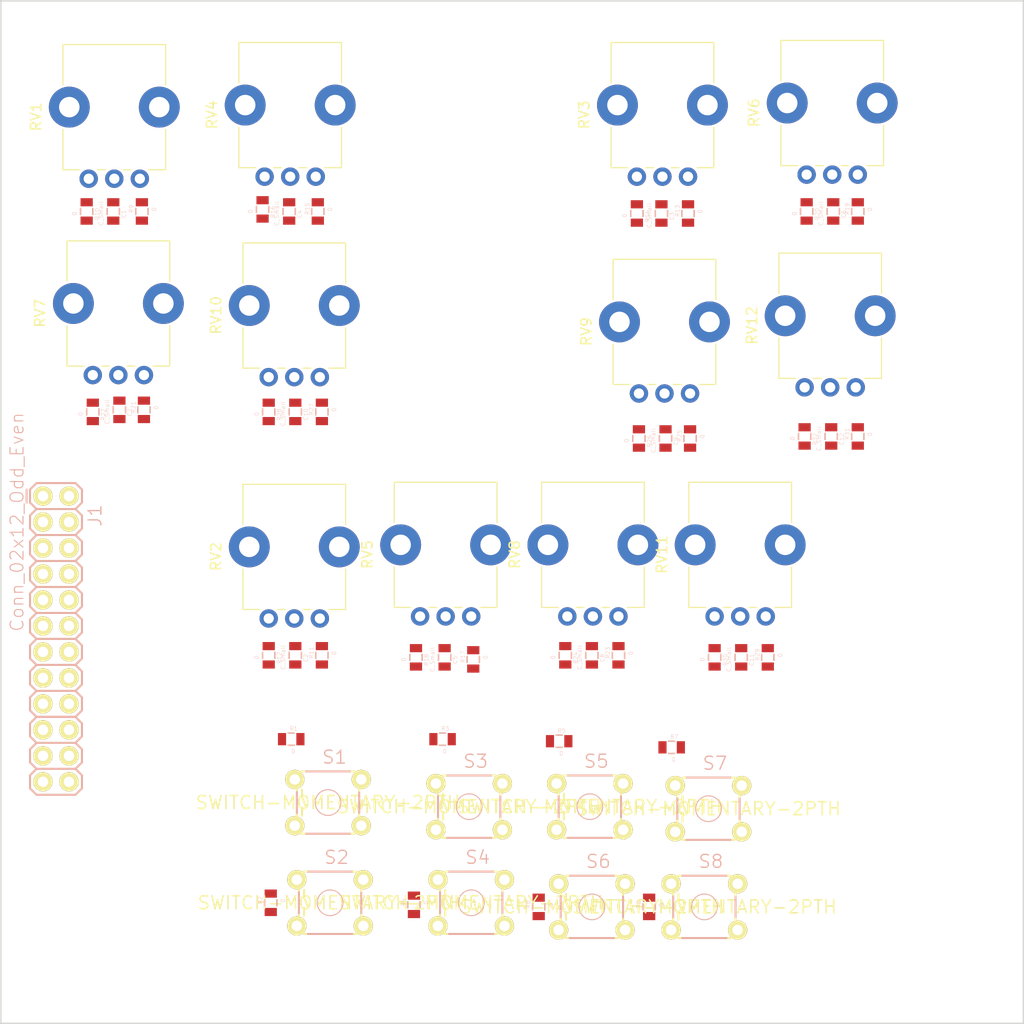
<source format=kicad_pcb>
(kicad_pcb (version 20171130) (host pcbnew 5.0.2-bee76a0~70~ubuntu18.04.1)

  (general
    (thickness 1.6)
    (drawings 4)
    (tracks 0)
    (zones 0)
    (modules 65)
    (nets 47)
  )

  (page A4)
  (layers
    (0 F.Cu signal)
    (31 B.Cu signal)
    (32 B.Adhes user)
    (33 F.Adhes user)
    (34 B.Paste user)
    (35 F.Paste user)
    (36 B.SilkS user)
    (37 F.SilkS user)
    (38 B.Mask user)
    (39 F.Mask user)
    (40 Dwgs.User user)
    (41 Cmts.User user)
    (42 Eco1.User user)
    (43 Eco2.User user)
    (44 Edge.Cuts user)
    (45 Margin user)
    (46 B.CrtYd user)
    (47 F.CrtYd user)
    (48 B.Fab user)
    (49 F.Fab user)
  )

  (setup
    (last_trace_width 0.25)
    (trace_clearance 0.2)
    (zone_clearance 0.508)
    (zone_45_only no)
    (trace_min 0.2)
    (segment_width 0.2)
    (edge_width 0.15)
    (via_size 0.8)
    (via_drill 0.4)
    (via_min_size 0.4)
    (via_min_drill 0.3)
    (uvia_size 0.3)
    (uvia_drill 0.1)
    (uvias_allowed no)
    (uvia_min_size 0.2)
    (uvia_min_drill 0.1)
    (pcb_text_width 0.3)
    (pcb_text_size 1.5 1.5)
    (mod_edge_width 0.15)
    (mod_text_size 1 1)
    (mod_text_width 0.15)
    (pad_size 1.524 1.524)
    (pad_drill 0.762)
    (pad_to_mask_clearance 0.051)
    (solder_mask_min_width 0.25)
    (aux_axis_origin 0 0)
    (visible_elements FFFFFF7F)
    (pcbplotparams
      (layerselection 0x010fc_ffffffff)
      (usegerberextensions false)
      (usegerberattributes false)
      (usegerberadvancedattributes false)
      (creategerberjobfile false)
      (excludeedgelayer true)
      (linewidth 0.100000)
      (plotframeref false)
      (viasonmask false)
      (mode 1)
      (useauxorigin false)
      (hpglpennumber 1)
      (hpglpenspeed 20)
      (hpglpendiameter 15.000000)
      (psnegative false)
      (psa4output false)
      (plotreference true)
      (plotvalue true)
      (plotinvisibletext false)
      (padsonsilk false)
      (subtractmaskfromsilk false)
      (outputformat 1)
      (mirror false)
      (drillshape 1)
      (scaleselection 1)
      (outputdirectory ""))
  )

  (net 0 "")
  (net 1 /osc1_tune)
  (net 2 GND)
  (net 3 /attack)
  (net 4 /lfo_rate)
  (net 5 /osc1_waveshape)
  (net 6 /decay)
  (net 7 /lfo_depth)
  (net 8 /osc2_tune)
  (net 9 /sustain)
  (net 10 /global_lfo_rate)
  (net 11 /osc2_waveshape)
  (net 12 /release)
  (net 13 /global_lfo_depth)
  (net 14 3.3V)
  (net 15 /mod1)
  (net 16 /mod2)
  (net 17 /mod3)
  (net 18 /mod4)
  (net 19 /mod5)
  (net 20 /mod6)
  (net 21 /mod7)
  (net 22 /mod8)
  (net 23 "Net-(R9-Pad2)")
  (net 24 "Net-(R10-Pad1)")
  (net 25 "Net-(R11-Pad2)")
  (net 26 "Net-(R12-Pad1)")
  (net 27 "Net-(R13-Pad2)")
  (net 28 "Net-(R14-Pad1)")
  (net 29 "Net-(R15-Pad2)")
  (net 30 "Net-(R16-Pad1)")
  (net 31 "Net-(R17-Pad2)")
  (net 32 "Net-(R18-Pad1)")
  (net 33 "Net-(R19-Pad2)")
  (net 34 "Net-(R20-Pad1)")
  (net 35 "Net-(R21-Pad2)")
  (net 36 "Net-(R22-Pad1)")
  (net 37 "Net-(R23-Pad2)")
  (net 38 "Net-(R24-Pad1)")
  (net 39 "Net-(R25-Pad2)")
  (net 40 "Net-(R26-Pad1)")
  (net 41 "Net-(R27-Pad2)")
  (net 42 "Net-(R28-Pad1)")
  (net 43 "Net-(R29-Pad2)")
  (net 44 "Net-(R30-Pad1)")
  (net 45 "Net-(R31-Pad2)")
  (net 46 "Net-(R32-Pad1)")

  (net_class Default "This is the default net class."
    (clearance 0.2)
    (trace_width 0.25)
    (via_dia 0.8)
    (via_drill 0.4)
    (uvia_dia 0.3)
    (uvia_drill 0.1)
    (add_net /attack)
    (add_net /decay)
    (add_net /global_lfo_depth)
    (add_net /global_lfo_rate)
    (add_net /lfo_depth)
    (add_net /lfo_rate)
    (add_net /mod1)
    (add_net /mod2)
    (add_net /mod3)
    (add_net /mod4)
    (add_net /mod5)
    (add_net /mod6)
    (add_net /mod7)
    (add_net /mod8)
    (add_net /osc1_tune)
    (add_net /osc1_waveshape)
    (add_net /osc2_tune)
    (add_net /osc2_waveshape)
    (add_net /release)
    (add_net /sustain)
    (add_net 3.3V)
    (add_net GND)
    (add_net "Net-(R10-Pad1)")
    (add_net "Net-(R11-Pad2)")
    (add_net "Net-(R12-Pad1)")
    (add_net "Net-(R13-Pad2)")
    (add_net "Net-(R14-Pad1)")
    (add_net "Net-(R15-Pad2)")
    (add_net "Net-(R16-Pad1)")
    (add_net "Net-(R17-Pad2)")
    (add_net "Net-(R18-Pad1)")
    (add_net "Net-(R19-Pad2)")
    (add_net "Net-(R20-Pad1)")
    (add_net "Net-(R21-Pad2)")
    (add_net "Net-(R22-Pad1)")
    (add_net "Net-(R23-Pad2)")
    (add_net "Net-(R24-Pad1)")
    (add_net "Net-(R25-Pad2)")
    (add_net "Net-(R26-Pad1)")
    (add_net "Net-(R27-Pad2)")
    (add_net "Net-(R28-Pad1)")
    (add_net "Net-(R29-Pad2)")
    (add_net "Net-(R30-Pad1)")
    (add_net "Net-(R31-Pad2)")
    (add_net "Net-(R32-Pad1)")
    (add_net "Net-(R9-Pad2)")
  )

  (module SparkFun-Passives:0805 (layer F.Cu) (tedit 200000) (tstamp 5DE51E83)
    (at 11 20.6 270)
    (path /5DDD0907)
    (attr smd)
    (fp_text reference C1 (at 0.254 -1.0287 270) (layer B.SilkS)
      (effects (font (size 0.4064 0.4064) (thickness 0.0254)))
    )
    (fp_text value C_Small (at 0.2032 1.1938 270) (layer B.SilkS)
      (effects (font (size 0.4064 0.4064) (thickness 0.0254)))
    )
    (fp_line (start -0.29972 -0.59944) (end 0.29972 -0.59944) (layer B.SilkS) (width 0.1524))
    (fp_line (start -0.29972 0.59944) (end 0.29972 0.59944) (layer B.SilkS) (width 0.1524))
    (pad 1 smd rect (at -0.89916 0 270) (size 0.79756 1.19888) (layers F.Cu F.Paste F.Mask)
      (net 1 /osc1_tune))
    (pad 2 smd rect (at 0.89916 0 270) (size 0.79756 1.19888) (layers F.Cu F.Paste F.Mask)
      (net 2 GND))
  )

  (module SparkFun-Passives:0805 (layer F.Cu) (tedit 200000) (tstamp 5DE51E8B)
    (at 28.8 64 270)
    (path /5DDD084A)
    (attr smd)
    (fp_text reference C2 (at 0.254 -1.0287 270) (layer B.SilkS)
      (effects (font (size 0.4064 0.4064) (thickness 0.0254)))
    )
    (fp_text value C_Small (at 0.2032 1.1938 270) (layer B.SilkS)
      (effects (font (size 0.4064 0.4064) (thickness 0.0254)))
    )
    (fp_line (start -0.29972 0.59944) (end 0.29972 0.59944) (layer B.SilkS) (width 0.1524))
    (fp_line (start -0.29972 -0.59944) (end 0.29972 -0.59944) (layer B.SilkS) (width 0.1524))
    (pad 2 smd rect (at 0.89916 0 270) (size 0.79756 1.19888) (layers F.Cu F.Paste F.Mask)
      (net 2 GND))
    (pad 1 smd rect (at -0.89916 0 270) (size 0.79756 1.19888) (layers F.Cu F.Paste F.Mask)
      (net 3 /attack))
  )

  (module SparkFun-Passives:0805 (layer F.Cu) (tedit 200000) (tstamp 5DE51E93)
    (at 64.6 20.8 270)
    (path /5DDD0A28)
    (attr smd)
    (fp_text reference C3 (at 0.254 -1.0287 270) (layer B.SilkS)
      (effects (font (size 0.4064 0.4064) (thickness 0.0254)))
    )
    (fp_text value C_Small (at 0.2032 1.1938 270) (layer B.SilkS)
      (effects (font (size 0.4064 0.4064) (thickness 0.0254)))
    )
    (fp_line (start -0.29972 -0.59944) (end 0.29972 -0.59944) (layer B.SilkS) (width 0.1524))
    (fp_line (start -0.29972 0.59944) (end 0.29972 0.59944) (layer B.SilkS) (width 0.1524))
    (pad 1 smd rect (at -0.89916 0 270) (size 0.79756 1.19888) (layers F.Cu F.Paste F.Mask)
      (net 4 /lfo_rate))
    (pad 2 smd rect (at 0.89916 0 270) (size 0.79756 1.19888) (layers F.Cu F.Paste F.Mask)
      (net 2 GND))
  )

  (module SparkFun-Passives:0805 (layer F.Cu) (tedit 200000) (tstamp 5DE51E9B)
    (at 28.2 20.6 270)
    (path /5DDD099B)
    (attr smd)
    (fp_text reference C4 (at 0.254 -1.0287 270) (layer B.SilkS)
      (effects (font (size 0.4064 0.4064) (thickness 0.0254)))
    )
    (fp_text value C_Small (at 0.2032 1.1938 270) (layer B.SilkS)
      (effects (font (size 0.4064 0.4064) (thickness 0.0254)))
    )
    (fp_line (start -0.29972 0.59944) (end 0.29972 0.59944) (layer B.SilkS) (width 0.1524))
    (fp_line (start -0.29972 -0.59944) (end 0.29972 -0.59944) (layer B.SilkS) (width 0.1524))
    (pad 2 smd rect (at 0.89916 0 270) (size 0.79756 1.19888) (layers F.Cu F.Paste F.Mask)
      (net 2 GND))
    (pad 1 smd rect (at -0.89916 0 270) (size 0.79756 1.19888) (layers F.Cu F.Paste F.Mask)
      (net 5 /osc1_waveshape))
  )

  (module SparkFun-Passives:0805 (layer F.Cu) (tedit 200000) (tstamp 5DE51EA3)
    (at 43.4 64.2 270)
    (path /5DDD0878)
    (attr smd)
    (fp_text reference C5 (at 0.254 -1.0287 270) (layer B.SilkS)
      (effects (font (size 0.4064 0.4064) (thickness 0.0254)))
    )
    (fp_text value C_Small (at 0.2032 1.1938 270) (layer B.SilkS)
      (effects (font (size 0.4064 0.4064) (thickness 0.0254)))
    )
    (fp_line (start -0.29972 -0.59944) (end 0.29972 -0.59944) (layer B.SilkS) (width 0.1524))
    (fp_line (start -0.29972 0.59944) (end 0.29972 0.59944) (layer B.SilkS) (width 0.1524))
    (pad 1 smd rect (at -0.89916 0 270) (size 0.79756 1.19888) (layers F.Cu F.Paste F.Mask)
      (net 6 /decay))
    (pad 2 smd rect (at 0.89916 0 270) (size 0.79756 1.19888) (layers F.Cu F.Paste F.Mask)
      (net 2 GND))
  )

  (module SparkFun-Passives:0805 (layer F.Cu) (tedit 200000) (tstamp 5DE51EAB)
    (at 81.4 20.6 270)
    (path /5DDD0A57)
    (attr smd)
    (fp_text reference C6 (at 0.254 -1.0287 270) (layer B.SilkS)
      (effects (font (size 0.4064 0.4064) (thickness 0.0254)))
    )
    (fp_text value C_Small (at 0.2032 1.1938 270) (layer B.SilkS)
      (effects (font (size 0.4064 0.4064) (thickness 0.0254)))
    )
    (fp_line (start -0.29972 0.59944) (end 0.29972 0.59944) (layer B.SilkS) (width 0.1524))
    (fp_line (start -0.29972 -0.59944) (end 0.29972 -0.59944) (layer B.SilkS) (width 0.1524))
    (pad 2 smd rect (at 0.89916 0 270) (size 0.79756 1.19888) (layers F.Cu F.Paste F.Mask)
      (net 2 GND))
    (pad 1 smd rect (at -0.89916 0 270) (size 0.79756 1.19888) (layers F.Cu F.Paste F.Mask)
      (net 7 /lfo_depth))
  )

  (module SparkFun-Passives:0805 (layer F.Cu) (tedit 200000) (tstamp 5DE51EB3)
    (at 11.6 40 270)
    (path /5DDD09CA)
    (attr smd)
    (fp_text reference C7 (at 0.254 -1.0287 270) (layer B.SilkS)
      (effects (font (size 0.4064 0.4064) (thickness 0.0254)))
    )
    (fp_text value C_Small (at 0.2032 1.1938 270) (layer B.SilkS)
      (effects (font (size 0.4064 0.4064) (thickness 0.0254)))
    )
    (fp_line (start -0.29972 -0.59944) (end 0.29972 -0.59944) (layer B.SilkS) (width 0.1524))
    (fp_line (start -0.29972 0.59944) (end 0.29972 0.59944) (layer B.SilkS) (width 0.1524))
    (pad 1 smd rect (at -0.89916 0 270) (size 0.79756 1.19888) (layers F.Cu F.Paste F.Mask)
      (net 8 /osc2_tune))
    (pad 2 smd rect (at 0.89916 0 270) (size 0.79756 1.19888) (layers F.Cu F.Paste F.Mask)
      (net 2 GND))
  )

  (module SparkFun-Passives:0805 (layer F.Cu) (tedit 200000) (tstamp 5DE51EBB)
    (at 57.8 64 270)
    (path /5DDD08A6)
    (attr smd)
    (fp_text reference C8 (at 0.254 -1.0287 270) (layer B.SilkS)
      (effects (font (size 0.4064 0.4064) (thickness 0.0254)))
    )
    (fp_text value C_Small (at 0.2032 1.1938 270) (layer B.SilkS)
      (effects (font (size 0.4064 0.4064) (thickness 0.0254)))
    )
    (fp_line (start -0.29972 0.59944) (end 0.29972 0.59944) (layer B.SilkS) (width 0.1524))
    (fp_line (start -0.29972 -0.59944) (end 0.29972 -0.59944) (layer B.SilkS) (width 0.1524))
    (pad 2 smd rect (at 0.89916 0 270) (size 0.79756 1.19888) (layers F.Cu F.Paste F.Mask)
      (net 2 GND))
    (pad 1 smd rect (at -0.89916 0 270) (size 0.79756 1.19888) (layers F.Cu F.Paste F.Mask)
      (net 9 /sustain))
  )

  (module SparkFun-Passives:0805 (layer F.Cu) (tedit 200000) (tstamp 5DE51EC3)
    (at 65 42.8 270)
    (path /5DDD0936)
    (attr smd)
    (fp_text reference C9 (at 0.254 -1.0287 270) (layer B.SilkS)
      (effects (font (size 0.4064 0.4064) (thickness 0.0254)))
    )
    (fp_text value C_Small (at 0.2032 1.1938 270) (layer B.SilkS)
      (effects (font (size 0.4064 0.4064) (thickness 0.0254)))
    )
    (fp_line (start -0.29972 0.59944) (end 0.29972 0.59944) (layer B.SilkS) (width 0.1524))
    (fp_line (start -0.29972 -0.59944) (end 0.29972 -0.59944) (layer B.SilkS) (width 0.1524))
    (pad 2 smd rect (at 0.89916 0 270) (size 0.79756 1.19888) (layers F.Cu F.Paste F.Mask)
      (net 2 GND))
    (pad 1 smd rect (at -0.89916 0 270) (size 0.79756 1.19888) (layers F.Cu F.Paste F.Mask)
      (net 10 /global_lfo_rate))
  )

  (module SparkFun-Passives:0805 (layer F.Cu) (tedit 200000) (tstamp 5DE51ECB)
    (at 28.8 40.2 270)
    (path /5DDD09F9)
    (attr smd)
    (fp_text reference C10 (at 0.254 -1.0287 270) (layer B.SilkS)
      (effects (font (size 0.4064 0.4064) (thickness 0.0254)))
    )
    (fp_text value C_Small (at 0.2032 1.1938 270) (layer B.SilkS)
      (effects (font (size 0.4064 0.4064) (thickness 0.0254)))
    )
    (fp_line (start -0.29972 0.59944) (end 0.29972 0.59944) (layer B.SilkS) (width 0.1524))
    (fp_line (start -0.29972 -0.59944) (end 0.29972 -0.59944) (layer B.SilkS) (width 0.1524))
    (pad 2 smd rect (at 0.89916 0 270) (size 0.79756 1.19888) (layers F.Cu F.Paste F.Mask)
      (net 2 GND))
    (pad 1 smd rect (at -0.89916 0 270) (size 0.79756 1.19888) (layers F.Cu F.Paste F.Mask)
      (net 11 /osc2_waveshape))
  )

  (module SparkFun-Passives:0805 (layer F.Cu) (tedit 200000) (tstamp 5DE51ED3)
    (at 72.4 64.2 270)
    (path /5DDD08D4)
    (attr smd)
    (fp_text reference C11 (at 0.254 -1.0287 270) (layer B.SilkS)
      (effects (font (size 0.4064 0.4064) (thickness 0.0254)))
    )
    (fp_text value C_Small (at 0.2032 1.1938 270) (layer B.SilkS)
      (effects (font (size 0.4064 0.4064) (thickness 0.0254)))
    )
    (fp_line (start -0.29972 0.59944) (end 0.29972 0.59944) (layer B.SilkS) (width 0.1524))
    (fp_line (start -0.29972 -0.59944) (end 0.29972 -0.59944) (layer B.SilkS) (width 0.1524))
    (pad 2 smd rect (at 0.89916 0 270) (size 0.79756 1.19888) (layers F.Cu F.Paste F.Mask)
      (net 2 GND))
    (pad 1 smd rect (at -0.89916 0 270) (size 0.79756 1.19888) (layers F.Cu F.Paste F.Mask)
      (net 12 /release))
  )

  (module SparkFun-Passives:0805 (layer F.Cu) (tedit 200000) (tstamp 5DE51EDB)
    (at 81.2 42.6 270)
    (path /5DDD0965)
    (attr smd)
    (fp_text reference C12 (at 0.254 -1.0287 270) (layer B.SilkS)
      (effects (font (size 0.4064 0.4064) (thickness 0.0254)))
    )
    (fp_text value C_Small (at 0.2032 1.1938 270) (layer B.SilkS)
      (effects (font (size 0.4064 0.4064) (thickness 0.0254)))
    )
    (fp_line (start -0.29972 -0.59944) (end 0.29972 -0.59944) (layer B.SilkS) (width 0.1524))
    (fp_line (start -0.29972 0.59944) (end 0.29972 0.59944) (layer B.SilkS) (width 0.1524))
    (pad 1 smd rect (at -0.89916 0 270) (size 0.79756 1.19888) (layers F.Cu F.Paste F.Mask)
      (net 13 /global_lfo_depth))
    (pad 2 smd rect (at 0.89916 0 270) (size 0.79756 1.19888) (layers F.Cu F.Paste F.Mask)
      (net 2 GND))
  )

  (module SparkFun-Connectors:2X12 (layer F.Cu) (tedit 200000) (tstamp 5DE51FB0)
    (at 5.4 62.4 270)
    (path /5DDCCD44)
    (attr virtual)
    (fp_text reference J1 (at -12.065 -3.81 270) (layer B.SilkS)
      (effects (font (size 1.27 1.27) (thickness 0.127)))
    )
    (fp_text value Conn_02x12_Odd_Even (at -11.43 3.81 270) (layer B.SilkS)
      (effects (font (size 1.27 1.27) (thickness 0.1016)))
    )
    (fp_line (start -14.224 1.524) (end -13.716 1.524) (layer F.SilkS) (width 0.06604))
    (fp_line (start -13.716 1.524) (end -13.716 1.016) (layer F.SilkS) (width 0.06604))
    (fp_line (start -14.224 1.016) (end -13.716 1.016) (layer F.SilkS) (width 0.06604))
    (fp_line (start -14.224 1.524) (end -14.224 1.016) (layer F.SilkS) (width 0.06604))
    (fp_line (start -14.224 -1.016) (end -13.716 -1.016) (layer F.SilkS) (width 0.06604))
    (fp_line (start -13.716 -1.016) (end -13.716 -1.524) (layer F.SilkS) (width 0.06604))
    (fp_line (start -14.224 -1.524) (end -13.716 -1.524) (layer F.SilkS) (width 0.06604))
    (fp_line (start -14.224 -1.016) (end -14.224 -1.524) (layer F.SilkS) (width 0.06604))
    (fp_line (start -11.684 -1.016) (end -11.176 -1.016) (layer F.SilkS) (width 0.06604))
    (fp_line (start -11.176 -1.016) (end -11.176 -1.524) (layer F.SilkS) (width 0.06604))
    (fp_line (start -11.684 -1.524) (end -11.176 -1.524) (layer F.SilkS) (width 0.06604))
    (fp_line (start -11.684 -1.016) (end -11.684 -1.524) (layer F.SilkS) (width 0.06604))
    (fp_line (start -11.684 1.524) (end -11.176 1.524) (layer F.SilkS) (width 0.06604))
    (fp_line (start -11.176 1.524) (end -11.176 1.016) (layer F.SilkS) (width 0.06604))
    (fp_line (start -11.684 1.016) (end -11.176 1.016) (layer F.SilkS) (width 0.06604))
    (fp_line (start -11.684 1.524) (end -11.684 1.016) (layer F.SilkS) (width 0.06604))
    (fp_line (start -9.144 -1.016) (end -8.636 -1.016) (layer F.SilkS) (width 0.06604))
    (fp_line (start -8.636 -1.016) (end -8.636 -1.524) (layer F.SilkS) (width 0.06604))
    (fp_line (start -9.144 -1.524) (end -8.636 -1.524) (layer F.SilkS) (width 0.06604))
    (fp_line (start -9.144 -1.016) (end -9.144 -1.524) (layer F.SilkS) (width 0.06604))
    (fp_line (start -9.144 1.524) (end -8.636 1.524) (layer F.SilkS) (width 0.06604))
    (fp_line (start -8.636 1.524) (end -8.636 1.016) (layer F.SilkS) (width 0.06604))
    (fp_line (start -9.144 1.016) (end -8.636 1.016) (layer F.SilkS) (width 0.06604))
    (fp_line (start -9.144 1.524) (end -9.144 1.016) (layer F.SilkS) (width 0.06604))
    (fp_line (start -6.604 1.524) (end -6.096 1.524) (layer F.SilkS) (width 0.06604))
    (fp_line (start -6.096 1.524) (end -6.096 1.016) (layer F.SilkS) (width 0.06604))
    (fp_line (start -6.604 1.016) (end -6.096 1.016) (layer F.SilkS) (width 0.06604))
    (fp_line (start -6.604 1.524) (end -6.604 1.016) (layer F.SilkS) (width 0.06604))
    (fp_line (start -6.604 -1.016) (end -6.096 -1.016) (layer F.SilkS) (width 0.06604))
    (fp_line (start -6.096 -1.016) (end -6.096 -1.524) (layer F.SilkS) (width 0.06604))
    (fp_line (start -6.604 -1.524) (end -6.096 -1.524) (layer F.SilkS) (width 0.06604))
    (fp_line (start -6.604 -1.016) (end -6.604 -1.524) (layer F.SilkS) (width 0.06604))
    (fp_line (start -4.064 -1.016) (end -3.556 -1.016) (layer F.SilkS) (width 0.06604))
    (fp_line (start -3.556 -1.016) (end -3.556 -1.524) (layer F.SilkS) (width 0.06604))
    (fp_line (start -4.064 -1.524) (end -3.556 -1.524) (layer F.SilkS) (width 0.06604))
    (fp_line (start -4.064 -1.016) (end -4.064 -1.524) (layer F.SilkS) (width 0.06604))
    (fp_line (start -4.064 1.524) (end -3.556 1.524) (layer F.SilkS) (width 0.06604))
    (fp_line (start -3.556 1.524) (end -3.556 1.016) (layer F.SilkS) (width 0.06604))
    (fp_line (start -4.064 1.016) (end -3.556 1.016) (layer F.SilkS) (width 0.06604))
    (fp_line (start -4.064 1.524) (end -4.064 1.016) (layer F.SilkS) (width 0.06604))
    (fp_line (start -1.524 -1.016) (end -1.016 -1.016) (layer F.SilkS) (width 0.06604))
    (fp_line (start -1.016 -1.016) (end -1.016 -1.524) (layer F.SilkS) (width 0.06604))
    (fp_line (start -1.524 -1.524) (end -1.016 -1.524) (layer F.SilkS) (width 0.06604))
    (fp_line (start -1.524 -1.016) (end -1.524 -1.524) (layer F.SilkS) (width 0.06604))
    (fp_line (start -1.524 1.524) (end -1.016 1.524) (layer F.SilkS) (width 0.06604))
    (fp_line (start -1.016 1.524) (end -1.016 1.016) (layer F.SilkS) (width 0.06604))
    (fp_line (start -1.524 1.016) (end -1.016 1.016) (layer F.SilkS) (width 0.06604))
    (fp_line (start -1.524 1.524) (end -1.524 1.016) (layer F.SilkS) (width 0.06604))
    (fp_line (start 1.016 1.524) (end 1.524 1.524) (layer F.SilkS) (width 0.06604))
    (fp_line (start 1.524 1.524) (end 1.524 1.016) (layer F.SilkS) (width 0.06604))
    (fp_line (start 1.016 1.016) (end 1.524 1.016) (layer F.SilkS) (width 0.06604))
    (fp_line (start 1.016 1.524) (end 1.016 1.016) (layer F.SilkS) (width 0.06604))
    (fp_line (start 1.016 -1.016) (end 1.524 -1.016) (layer F.SilkS) (width 0.06604))
    (fp_line (start 1.524 -1.016) (end 1.524 -1.524) (layer F.SilkS) (width 0.06604))
    (fp_line (start 1.016 -1.524) (end 1.524 -1.524) (layer F.SilkS) (width 0.06604))
    (fp_line (start 1.016 -1.016) (end 1.016 -1.524) (layer F.SilkS) (width 0.06604))
    (fp_line (start 3.556 -1.016) (end 4.064 -1.016) (layer F.SilkS) (width 0.06604))
    (fp_line (start 4.064 -1.016) (end 4.064 -1.524) (layer F.SilkS) (width 0.06604))
    (fp_line (start 3.556 -1.524) (end 4.064 -1.524) (layer F.SilkS) (width 0.06604))
    (fp_line (start 3.556 -1.016) (end 3.556 -1.524) (layer F.SilkS) (width 0.06604))
    (fp_line (start 3.556 1.524) (end 4.064 1.524) (layer F.SilkS) (width 0.06604))
    (fp_line (start 4.064 1.524) (end 4.064 1.016) (layer F.SilkS) (width 0.06604))
    (fp_line (start 3.556 1.016) (end 4.064 1.016) (layer F.SilkS) (width 0.06604))
    (fp_line (start 3.556 1.524) (end 3.556 1.016) (layer F.SilkS) (width 0.06604))
    (fp_line (start 6.096 -1.016) (end 6.604 -1.016) (layer F.SilkS) (width 0.06604))
    (fp_line (start 6.604 -1.016) (end 6.604 -1.524) (layer F.SilkS) (width 0.06604))
    (fp_line (start 6.096 -1.524) (end 6.604 -1.524) (layer F.SilkS) (width 0.06604))
    (fp_line (start 6.096 -1.016) (end 6.096 -1.524) (layer F.SilkS) (width 0.06604))
    (fp_line (start 6.096 1.524) (end 6.604 1.524) (layer F.SilkS) (width 0.06604))
    (fp_line (start 6.604 1.524) (end 6.604 1.016) (layer F.SilkS) (width 0.06604))
    (fp_line (start 6.096 1.016) (end 6.604 1.016) (layer F.SilkS) (width 0.06604))
    (fp_line (start 6.096 1.524) (end 6.096 1.016) (layer F.SilkS) (width 0.06604))
    (fp_line (start 8.636 1.524) (end 9.144 1.524) (layer F.SilkS) (width 0.06604))
    (fp_line (start 9.144 1.524) (end 9.144 1.016) (layer F.SilkS) (width 0.06604))
    (fp_line (start 8.636 1.016) (end 9.144 1.016) (layer F.SilkS) (width 0.06604))
    (fp_line (start 8.636 1.524) (end 8.636 1.016) (layer F.SilkS) (width 0.06604))
    (fp_line (start 8.636 -1.016) (end 9.144 -1.016) (layer F.SilkS) (width 0.06604))
    (fp_line (start 9.144 -1.016) (end 9.144 -1.524) (layer F.SilkS) (width 0.06604))
    (fp_line (start 8.636 -1.524) (end 9.144 -1.524) (layer F.SilkS) (width 0.06604))
    (fp_line (start 8.636 -1.016) (end 8.636 -1.524) (layer F.SilkS) (width 0.06604))
    (fp_line (start 11.176 -1.016) (end 11.684 -1.016) (layer F.SilkS) (width 0.06604))
    (fp_line (start 11.684 -1.016) (end 11.684 -1.524) (layer F.SilkS) (width 0.06604))
    (fp_line (start 11.176 -1.524) (end 11.684 -1.524) (layer F.SilkS) (width 0.06604))
    (fp_line (start 11.176 -1.016) (end 11.176 -1.524) (layer F.SilkS) (width 0.06604))
    (fp_line (start 11.176 1.524) (end 11.684 1.524) (layer F.SilkS) (width 0.06604))
    (fp_line (start 11.684 1.524) (end 11.684 1.016) (layer F.SilkS) (width 0.06604))
    (fp_line (start 11.176 1.016) (end 11.684 1.016) (layer F.SilkS) (width 0.06604))
    (fp_line (start 11.176 1.524) (end 11.176 1.016) (layer F.SilkS) (width 0.06604))
    (fp_line (start 13.716 -1.016) (end 14.224 -1.016) (layer F.SilkS) (width 0.06604))
    (fp_line (start 14.224 -1.016) (end 14.224 -1.524) (layer F.SilkS) (width 0.06604))
    (fp_line (start 13.716 -1.524) (end 14.224 -1.524) (layer F.SilkS) (width 0.06604))
    (fp_line (start 13.716 -1.016) (end 13.716 -1.524) (layer F.SilkS) (width 0.06604))
    (fp_line (start 13.716 1.524) (end 14.224 1.524) (layer F.SilkS) (width 0.06604))
    (fp_line (start 14.224 1.524) (end 14.224 1.016) (layer F.SilkS) (width 0.06604))
    (fp_line (start 13.716 1.016) (end 14.224 1.016) (layer F.SilkS) (width 0.06604))
    (fp_line (start 13.716 1.524) (end 13.716 1.016) (layer F.SilkS) (width 0.06604))
    (fp_line (start -15.24 1.905) (end -14.605 2.54) (layer B.SilkS) (width 0.2032))
    (fp_line (start -13.335 2.54) (end -12.7 1.905) (layer B.SilkS) (width 0.2032))
    (fp_line (start -12.7 1.905) (end -12.065 2.54) (layer B.SilkS) (width 0.2032))
    (fp_line (start -10.795 2.54) (end -10.16 1.905) (layer B.SilkS) (width 0.2032))
    (fp_line (start -10.16 1.905) (end -9.525 2.54) (layer B.SilkS) (width 0.2032))
    (fp_line (start -8.255 2.54) (end -7.62 1.905) (layer B.SilkS) (width 0.2032))
    (fp_line (start -15.24 1.905) (end -15.24 -1.905) (layer B.SilkS) (width 0.2032))
    (fp_line (start -15.24 -1.905) (end -14.605 -2.54) (layer B.SilkS) (width 0.2032))
    (fp_line (start -14.605 -2.54) (end -13.335 -2.54) (layer B.SilkS) (width 0.2032))
    (fp_line (start -13.335 -2.54) (end -12.7 -1.905) (layer B.SilkS) (width 0.2032))
    (fp_line (start -12.7 -1.905) (end -12.065 -2.54) (layer B.SilkS) (width 0.2032))
    (fp_line (start -12.065 -2.54) (end -10.795 -2.54) (layer B.SilkS) (width 0.2032))
    (fp_line (start -10.795 -2.54) (end -10.16 -1.905) (layer B.SilkS) (width 0.2032))
    (fp_line (start -10.16 -1.905) (end -9.525 -2.54) (layer B.SilkS) (width 0.2032))
    (fp_line (start -9.525 -2.54) (end -8.255 -2.54) (layer B.SilkS) (width 0.2032))
    (fp_line (start -8.255 -2.54) (end -7.62 -1.905) (layer B.SilkS) (width 0.2032))
    (fp_line (start -12.7 -1.905) (end -12.7 1.905) (layer B.SilkS) (width 0.2032))
    (fp_line (start -10.16 -1.905) (end -10.16 1.905) (layer B.SilkS) (width 0.2032))
    (fp_line (start -7.62 -1.905) (end -7.62 1.905) (layer B.SilkS) (width 0.2032))
    (fp_line (start -9.525 2.54) (end -8.255 2.54) (layer B.SilkS) (width 0.2032))
    (fp_line (start -12.065 2.54) (end -10.795 2.54) (layer B.SilkS) (width 0.2032))
    (fp_line (start -14.605 2.54) (end -13.335 2.54) (layer B.SilkS) (width 0.2032))
    (fp_line (start -13.335 2.87274) (end -14.605 2.87274) (layer B.SilkS) (width 0.2032))
    (fp_line (start -7.62 1.905) (end -6.985 2.54) (layer B.SilkS) (width 0.2032))
    (fp_line (start -5.715 2.54) (end -5.08 1.905) (layer B.SilkS) (width 0.2032))
    (fp_line (start -5.08 1.905) (end -4.445 2.54) (layer B.SilkS) (width 0.2032))
    (fp_line (start -3.175 2.54) (end -2.54 1.905) (layer B.SilkS) (width 0.2032))
    (fp_line (start -2.54 1.905) (end -1.905 2.54) (layer B.SilkS) (width 0.2032))
    (fp_line (start -0.635 2.54) (end 0 1.905) (layer B.SilkS) (width 0.2032))
    (fp_line (start -7.62 1.905) (end -7.62 -1.905) (layer B.SilkS) (width 0.2032))
    (fp_line (start -7.62 -1.905) (end -6.985 -2.54) (layer B.SilkS) (width 0.2032))
    (fp_line (start -6.985 -2.54) (end -5.715 -2.54) (layer B.SilkS) (width 0.2032))
    (fp_line (start -5.715 -2.54) (end -5.08 -1.905) (layer B.SilkS) (width 0.2032))
    (fp_line (start -5.08 -1.905) (end -4.445 -2.54) (layer B.SilkS) (width 0.2032))
    (fp_line (start -4.445 -2.54) (end -3.175 -2.54) (layer B.SilkS) (width 0.2032))
    (fp_line (start -3.175 -2.54) (end -2.54 -1.905) (layer B.SilkS) (width 0.2032))
    (fp_line (start -2.54 -1.905) (end -1.905 -2.54) (layer B.SilkS) (width 0.2032))
    (fp_line (start -1.905 -2.54) (end -0.635 -2.54) (layer B.SilkS) (width 0.2032))
    (fp_line (start -0.635 -2.54) (end 0 -1.905) (layer B.SilkS) (width 0.2032))
    (fp_line (start -5.08 -1.905) (end -5.08 1.905) (layer B.SilkS) (width 0.2032))
    (fp_line (start -2.54 -1.905) (end -2.54 1.905) (layer B.SilkS) (width 0.2032))
    (fp_line (start 0 -1.905) (end 0 1.905) (layer B.SilkS) (width 0.2032))
    (fp_line (start -1.905 2.54) (end -0.635 2.54) (layer B.SilkS) (width 0.2032))
    (fp_line (start -4.445 2.54) (end -3.175 2.54) (layer B.SilkS) (width 0.2032))
    (fp_line (start -6.985 2.54) (end -5.715 2.54) (layer B.SilkS) (width 0.2032))
    (fp_line (start 0 1.905) (end 0.635 2.54) (layer B.SilkS) (width 0.2032))
    (fp_line (start 1.905 2.54) (end 2.54 1.905) (layer B.SilkS) (width 0.2032))
    (fp_line (start 2.54 1.905) (end 3.175 2.54) (layer B.SilkS) (width 0.2032))
    (fp_line (start 4.445 2.54) (end 5.08 1.905) (layer B.SilkS) (width 0.2032))
    (fp_line (start 5.08 1.905) (end 5.715 2.54) (layer B.SilkS) (width 0.2032))
    (fp_line (start 6.985 2.54) (end 7.62 1.905) (layer B.SilkS) (width 0.2032))
    (fp_line (start 0 1.905) (end 0 -1.905) (layer B.SilkS) (width 0.2032))
    (fp_line (start 0 -1.905) (end 0.635 -2.54) (layer B.SilkS) (width 0.2032))
    (fp_line (start 0.635 -2.54) (end 1.905 -2.54) (layer B.SilkS) (width 0.2032))
    (fp_line (start 1.905 -2.54) (end 2.54 -1.905) (layer B.SilkS) (width 0.2032))
    (fp_line (start 2.54 -1.905) (end 3.175 -2.54) (layer B.SilkS) (width 0.2032))
    (fp_line (start 3.175 -2.54) (end 4.445 -2.54) (layer B.SilkS) (width 0.2032))
    (fp_line (start 4.445 -2.54) (end 5.08 -1.905) (layer B.SilkS) (width 0.2032))
    (fp_line (start 5.08 -1.905) (end 5.715 -2.54) (layer B.SilkS) (width 0.2032))
    (fp_line (start 5.715 -2.54) (end 6.985 -2.54) (layer B.SilkS) (width 0.2032))
    (fp_line (start 6.985 -2.54) (end 7.62 -1.905) (layer B.SilkS) (width 0.2032))
    (fp_line (start 2.54 -1.905) (end 2.54 1.905) (layer B.SilkS) (width 0.2032))
    (fp_line (start 5.08 -1.905) (end 5.08 1.905) (layer B.SilkS) (width 0.2032))
    (fp_line (start 7.62 -1.905) (end 7.62 1.905) (layer B.SilkS) (width 0.2032))
    (fp_line (start 5.715 2.54) (end 6.985 2.54) (layer B.SilkS) (width 0.2032))
    (fp_line (start 3.175 2.54) (end 4.445 2.54) (layer B.SilkS) (width 0.2032))
    (fp_line (start 0.635 2.54) (end 1.905 2.54) (layer B.SilkS) (width 0.2032))
    (fp_line (start 7.62 1.905) (end 8.255 2.54) (layer B.SilkS) (width 0.2032))
    (fp_line (start 9.525 2.54) (end 10.16 1.905) (layer B.SilkS) (width 0.2032))
    (fp_line (start 10.16 1.905) (end 10.795 2.54) (layer B.SilkS) (width 0.2032))
    (fp_line (start 12.065 2.54) (end 12.7 1.905) (layer B.SilkS) (width 0.2032))
    (fp_line (start 12.7 1.905) (end 13.335 2.54) (layer B.SilkS) (width 0.2032))
    (fp_line (start 14.605 2.54) (end 15.24 1.905) (layer B.SilkS) (width 0.2032))
    (fp_line (start 7.62 1.905) (end 7.62 -1.905) (layer B.SilkS) (width 0.2032))
    (fp_line (start 7.62 -1.905) (end 8.255 -2.54) (layer B.SilkS) (width 0.2032))
    (fp_line (start 8.255 -2.54) (end 9.525 -2.54) (layer B.SilkS) (width 0.2032))
    (fp_line (start 9.525 -2.54) (end 10.16 -1.905) (layer B.SilkS) (width 0.2032))
    (fp_line (start 10.16 -1.905) (end 10.795 -2.54) (layer B.SilkS) (width 0.2032))
    (fp_line (start 10.795 -2.54) (end 12.065 -2.54) (layer B.SilkS) (width 0.2032))
    (fp_line (start 12.065 -2.54) (end 12.7 -1.905) (layer B.SilkS) (width 0.2032))
    (fp_line (start 12.7 -1.905) (end 13.335 -2.54) (layer B.SilkS) (width 0.2032))
    (fp_line (start 13.335 -2.54) (end 14.605 -2.54) (layer B.SilkS) (width 0.2032))
    (fp_line (start 14.605 -2.54) (end 15.24 -1.905) (layer B.SilkS) (width 0.2032))
    (fp_line (start 10.16 -1.905) (end 10.16 1.905) (layer B.SilkS) (width 0.2032))
    (fp_line (start 12.7 -1.905) (end 12.7 1.905) (layer B.SilkS) (width 0.2032))
    (fp_line (start 15.24 -1.905) (end 15.24 1.905) (layer B.SilkS) (width 0.2032))
    (fp_line (start 13.335 2.54) (end 14.605 2.54) (layer B.SilkS) (width 0.2032))
    (fp_line (start 10.795 2.54) (end 12.065 2.54) (layer B.SilkS) (width 0.2032))
    (fp_line (start 8.255 2.54) (end 9.525 2.54) (layer B.SilkS) (width 0.2032))
    (pad 1 thru_hole circle (at -13.97 1.27 270) (size 1.8796 3.7592) (drill 1.016) (layers F&B.Cu F.Paste F.SilkS F.Mask)
      (net 14 3.3V))
    (pad 2 thru_hole circle (at -13.97 -1.27 270) (size 1.8796 3.7592) (drill 1.016) (layers F&B.Cu F.Paste F.SilkS F.Mask)
      (net 2 GND))
    (pad 3 thru_hole circle (at -11.43 1.27 270) (size 1.8796 3.7592) (drill 1.016) (layers F&B.Cu F.Paste F.SilkS F.Mask)
      (net 1 /osc1_tune))
    (pad 4 thru_hole circle (at -11.43 -1.27 270) (size 1.8796 3.7592) (drill 1.016) (layers F&B.Cu F.Paste F.SilkS F.Mask)
      (net 9 /sustain))
    (pad 5 thru_hole circle (at -8.89 1.27 270) (size 1.8796 3.7592) (drill 1.016) (layers F&B.Cu F.Paste F.SilkS F.Mask)
      (net 5 /osc1_waveshape))
    (pad 6 thru_hole circle (at -8.89 -1.27 270) (size 1.8796 3.7592) (drill 1.016) (layers F&B.Cu F.Paste F.SilkS F.Mask)
      (net 12 /release))
    (pad 7 thru_hole circle (at -6.35 1.27 270) (size 1.8796 3.7592) (drill 1.016) (layers F&B.Cu F.Paste F.SilkS F.Mask)
      (net 8 /osc2_tune))
    (pad 8 thru_hole circle (at -6.35 -1.27 270) (size 1.8796 3.7592) (drill 1.016) (layers F&B.Cu F.Paste F.SilkS F.Mask)
      (net 4 /lfo_rate))
    (pad 9 thru_hole circle (at -3.81 1.27 270) (size 1.8796 3.7592) (drill 1.016) (layers F&B.Cu F.Paste F.SilkS F.Mask)
      (net 11 /osc2_waveshape))
    (pad 10 thru_hole circle (at -3.81 -1.27 270) (size 1.8796 3.7592) (drill 1.016) (layers F&B.Cu F.Paste F.SilkS F.Mask)
      (net 7 /lfo_depth))
    (pad 11 thru_hole circle (at -1.27 1.27 270) (size 1.8796 3.7592) (drill 1.016) (layers F&B.Cu F.Paste F.SilkS F.Mask)
      (net 3 /attack))
    (pad 12 thru_hole circle (at -1.27 -1.27 270) (size 1.8796 3.7592) (drill 1.016) (layers F&B.Cu F.Paste F.SilkS F.Mask)
      (net 10 /global_lfo_rate))
    (pad 13 thru_hole circle (at 1.27 1.27 270) (size 1.8796 3.7592) (drill 1.016) (layers F&B.Cu F.Paste F.SilkS F.Mask)
      (net 6 /decay))
    (pad 14 thru_hole circle (at 1.27 -1.27 270) (size 1.8796 3.7592) (drill 1.016) (layers F&B.Cu F.Paste F.SilkS F.Mask)
      (net 13 /global_lfo_depth))
    (pad 15 thru_hole circle (at 3.81 1.27 270) (size 1.8796 3.7592) (drill 1.016) (layers F&B.Cu F.Paste F.SilkS F.Mask)
      (net 14 3.3V))
    (pad 16 thru_hole circle (at 3.81 -1.27 270) (size 1.8796 3.7592) (drill 1.016) (layers F&B.Cu F.Paste F.SilkS F.Mask)
      (net 2 GND))
    (pad 17 thru_hole circle (at 6.35 1.27 270) (size 1.8796 3.7592) (drill 1.016) (layers F&B.Cu F.Paste F.SilkS F.Mask)
      (net 15 /mod1))
    (pad 18 thru_hole circle (at 6.35 -1.27 270) (size 1.8796 3.7592) (drill 1.016) (layers F&B.Cu F.Paste F.SilkS F.Mask)
      (net 16 /mod2))
    (pad 19 thru_hole circle (at 8.89 1.27 270) (size 1.8796 3.7592) (drill 1.016) (layers F&B.Cu F.Paste F.SilkS F.Mask)
      (net 17 /mod3))
    (pad 20 thru_hole circle (at 8.89 -1.27 270) (size 1.8796 3.7592) (drill 1.016) (layers F&B.Cu F.Paste F.SilkS F.Mask)
      (net 18 /mod4))
    (pad 21 thru_hole circle (at 11.43 1.27 270) (size 1.8796 3.7592) (drill 1.016) (layers F&B.Cu F.Paste F.SilkS F.Mask)
      (net 19 /mod5))
    (pad 22 thru_hole circle (at 11.43 -1.27 270) (size 1.8796 3.7592) (drill 1.016) (layers F&B.Cu F.Paste F.SilkS F.Mask)
      (net 20 /mod6))
    (pad 23 thru_hole circle (at 13.97 1.27 270) (size 1.8796 3.7592) (drill 1.016) (layers F&B.Cu F.Paste F.SilkS F.Mask)
      (net 21 /mod7))
    (pad 24 thru_hole circle (at 13.97 -1.27 270) (size 1.8796 3.7592) (drill 1.016) (layers F&B.Cu F.Paste F.SilkS F.Mask)
      (net 22 /mod8))
  )

  (module SparkFun-Passives:0805 (layer F.Cu) (tedit 200000) (tstamp 5DE51FB8)
    (at 28.4 72.2)
    (path /5DDD9699)
    (attr smd)
    (fp_text reference R1 (at 0.254 -1.0287) (layer B.SilkS)
      (effects (font (size 0.4064 0.4064) (thickness 0.0254)))
    )
    (fp_text value 0 (at 0.2032 1.1938) (layer B.SilkS)
      (effects (font (size 0.4064 0.4064) (thickness 0.0254)))
    )
    (fp_line (start -0.29972 -0.59944) (end 0.29972 -0.59944) (layer B.SilkS) (width 0.1524))
    (fp_line (start -0.29972 0.59944) (end 0.29972 0.59944) (layer B.SilkS) (width 0.1524))
    (pad 1 smd rect (at -0.89916 0) (size 0.79756 1.19888) (layers F.Cu F.Paste F.Mask)
      (net 14 3.3V))
    (pad 2 smd rect (at 0.89916 0) (size 0.79756 1.19888) (layers F.Cu F.Paste F.Mask)
      (net 15 /mod1))
  )

  (module SparkFun-Passives:0805 (layer F.Cu) (tedit 200000) (tstamp 5DE51FC0)
    (at 26.4 88.2 90)
    (path /5DDE0463)
    (attr smd)
    (fp_text reference R2 (at 0.254 -1.0287 90) (layer B.SilkS)
      (effects (font (size 0.4064 0.4064) (thickness 0.0254)))
    )
    (fp_text value 0 (at 0.2032 1.1938 90) (layer B.SilkS)
      (effects (font (size 0.4064 0.4064) (thickness 0.0254)))
    )
    (fp_line (start -0.29972 -0.59944) (end 0.29972 -0.59944) (layer B.SilkS) (width 0.1524))
    (fp_line (start -0.29972 0.59944) (end 0.29972 0.59944) (layer B.SilkS) (width 0.1524))
    (pad 1 smd rect (at -0.89916 0 90) (size 0.79756 1.19888) (layers F.Cu F.Paste F.Mask)
      (net 14 3.3V))
    (pad 2 smd rect (at 0.89916 0 90) (size 0.79756 1.19888) (layers F.Cu F.Paste F.Mask)
      (net 19 /mod5))
  )

  (module SparkFun-Passives:0805 (layer F.Cu) (tedit 200000) (tstamp 5DE51FC8)
    (at 43.2 72.2)
    (path /5DDDAF2F)
    (attr smd)
    (fp_text reference R3 (at 0.254 -1.0287) (layer B.SilkS)
      (effects (font (size 0.4064 0.4064) (thickness 0.0254)))
    )
    (fp_text value 0 (at 0.2032 1.1938) (layer B.SilkS)
      (effects (font (size 0.4064 0.4064) (thickness 0.0254)))
    )
    (fp_line (start -0.29972 0.59944) (end 0.29972 0.59944) (layer B.SilkS) (width 0.1524))
    (fp_line (start -0.29972 -0.59944) (end 0.29972 -0.59944) (layer B.SilkS) (width 0.1524))
    (pad 2 smd rect (at 0.89916 0) (size 0.79756 1.19888) (layers F.Cu F.Paste F.Mask)
      (net 16 /mod2))
    (pad 1 smd rect (at -0.89916 0) (size 0.79756 1.19888) (layers F.Cu F.Paste F.Mask)
      (net 14 3.3V))
  )

  (module SparkFun-Passives:0805 (layer F.Cu) (tedit 200000) (tstamp 5DE51FD0)
    (at 40.4 88.4 90)
    (path /5DDE0480)
    (attr smd)
    (fp_text reference R4 (at 0.254 -1.0287 90) (layer B.SilkS)
      (effects (font (size 0.4064 0.4064) (thickness 0.0254)))
    )
    (fp_text value 0 (at 0.2032 1.1938 90) (layer B.SilkS)
      (effects (font (size 0.4064 0.4064) (thickness 0.0254)))
    )
    (fp_line (start -0.29972 0.59944) (end 0.29972 0.59944) (layer B.SilkS) (width 0.1524))
    (fp_line (start -0.29972 -0.59944) (end 0.29972 -0.59944) (layer B.SilkS) (width 0.1524))
    (pad 2 smd rect (at 0.89916 0 90) (size 0.79756 1.19888) (layers F.Cu F.Paste F.Mask)
      (net 20 /mod6))
    (pad 1 smd rect (at -0.89916 0 90) (size 0.79756 1.19888) (layers F.Cu F.Paste F.Mask)
      (net 14 3.3V))
  )

  (module SparkFun-Passives:0805 (layer F.Cu) (tedit 200000) (tstamp 5DE51FD8)
    (at 54.6 72.4)
    (path /5DDDB29B)
    (attr smd)
    (fp_text reference R5 (at 0.254 -1.0287) (layer B.SilkS)
      (effects (font (size 0.4064 0.4064) (thickness 0.0254)))
    )
    (fp_text value 0 (at 0.2032 1.1938) (layer B.SilkS)
      (effects (font (size 0.4064 0.4064) (thickness 0.0254)))
    )
    (fp_line (start -0.29972 -0.59944) (end 0.29972 -0.59944) (layer B.SilkS) (width 0.1524))
    (fp_line (start -0.29972 0.59944) (end 0.29972 0.59944) (layer B.SilkS) (width 0.1524))
    (pad 1 smd rect (at -0.89916 0) (size 0.79756 1.19888) (layers F.Cu F.Paste F.Mask)
      (net 14 3.3V))
    (pad 2 smd rect (at 0.89916 0) (size 0.79756 1.19888) (layers F.Cu F.Paste F.Mask)
      (net 17 /mod3))
  )

  (module SparkFun-Passives:0805 (layer F.Cu) (tedit 200000) (tstamp 5DE51FE0)
    (at 52.6 88.6 90)
    (path /5DDE049D)
    (attr smd)
    (fp_text reference R6 (at 0.254 -1.0287 90) (layer B.SilkS)
      (effects (font (size 0.4064 0.4064) (thickness 0.0254)))
    )
    (fp_text value 0 (at 0.2032 1.1938 90) (layer B.SilkS)
      (effects (font (size 0.4064 0.4064) (thickness 0.0254)))
    )
    (fp_line (start -0.29972 -0.59944) (end 0.29972 -0.59944) (layer B.SilkS) (width 0.1524))
    (fp_line (start -0.29972 0.59944) (end 0.29972 0.59944) (layer B.SilkS) (width 0.1524))
    (pad 1 smd rect (at -0.89916 0 90) (size 0.79756 1.19888) (layers F.Cu F.Paste F.Mask)
      (net 14 3.3V))
    (pad 2 smd rect (at 0.89916 0 90) (size 0.79756 1.19888) (layers F.Cu F.Paste F.Mask)
      (net 21 /mod7))
  )

  (module SparkFun-Passives:0805 (layer F.Cu) (tedit 200000) (tstamp 5DE51FE8)
    (at 65.6 73)
    (path /5DDDB59E)
    (attr smd)
    (fp_text reference R7 (at 0.254 -1.0287) (layer B.SilkS)
      (effects (font (size 0.4064 0.4064) (thickness 0.0254)))
    )
    (fp_text value 0 (at 0.2032 1.1938) (layer B.SilkS)
      (effects (font (size 0.4064 0.4064) (thickness 0.0254)))
    )
    (fp_line (start -0.29972 0.59944) (end 0.29972 0.59944) (layer B.SilkS) (width 0.1524))
    (fp_line (start -0.29972 -0.59944) (end 0.29972 -0.59944) (layer B.SilkS) (width 0.1524))
    (pad 2 smd rect (at 0.89916 0) (size 0.79756 1.19888) (layers F.Cu F.Paste F.Mask)
      (net 18 /mod4))
    (pad 1 smd rect (at -0.89916 0) (size 0.79756 1.19888) (layers F.Cu F.Paste F.Mask)
      (net 14 3.3V))
  )

  (module SparkFun-Passives:0805 (layer F.Cu) (tedit 200000) (tstamp 5DE51FF0)
    (at 63.4 88.6 90)
    (path /5DDE04BA)
    (attr smd)
    (fp_text reference R8 (at 0.254 -1.0287 90) (layer B.SilkS)
      (effects (font (size 0.4064 0.4064) (thickness 0.0254)))
    )
    (fp_text value 0 (at 0.2032 1.1938 90) (layer B.SilkS)
      (effects (font (size 0.4064 0.4064) (thickness 0.0254)))
    )
    (fp_line (start -0.29972 0.59944) (end 0.29972 0.59944) (layer B.SilkS) (width 0.1524))
    (fp_line (start -0.29972 -0.59944) (end 0.29972 -0.59944) (layer B.SilkS) (width 0.1524))
    (pad 2 smd rect (at 0.89916 0 90) (size 0.79756 1.19888) (layers F.Cu F.Paste F.Mask)
      (net 22 /mod8))
    (pad 1 smd rect (at -0.89916 0 90) (size 0.79756 1.19888) (layers F.Cu F.Paste F.Mask)
      (net 14 3.3V))
  )

  (module SparkFun-Passives:0805 (layer F.Cu) (tedit 200000) (tstamp 5DE51FF8)
    (at 13.8 20.6 90)
    (path /5DDD08EC)
    (attr smd)
    (fp_text reference R9 (at 0.254 -1.0287 90) (layer B.SilkS)
      (effects (font (size 0.4064 0.4064) (thickness 0.0254)))
    )
    (fp_text value 0 (at 0.2032 1.1938 90) (layer B.SilkS)
      (effects (font (size 0.4064 0.4064) (thickness 0.0254)))
    )
    (fp_line (start -0.29972 -0.59944) (end 0.29972 -0.59944) (layer B.SilkS) (width 0.1524))
    (fp_line (start -0.29972 0.59944) (end 0.29972 0.59944) (layer B.SilkS) (width 0.1524))
    (pad 1 smd rect (at -0.89916 0 90) (size 0.79756 1.19888) (layers F.Cu F.Paste F.Mask)
      (net 14 3.3V))
    (pad 2 smd rect (at 0.89916 0 90) (size 0.79756 1.19888) (layers F.Cu F.Paste F.Mask)
      (net 23 "Net-(R9-Pad2)"))
  )

  (module SparkFun-Passives:0805 (layer F.Cu) (tedit 200000) (tstamp 5DE52000)
    (at 8.4 20.6 270)
    (path /5DDD08FA)
    (attr smd)
    (fp_text reference R10 (at 0.254 -1.0287 270) (layer B.SilkS)
      (effects (font (size 0.4064 0.4064) (thickness 0.0254)))
    )
    (fp_text value 0 (at 0.2032 1.1938 270) (layer B.SilkS)
      (effects (font (size 0.4064 0.4064) (thickness 0.0254)))
    )
    (fp_line (start -0.29972 0.59944) (end 0.29972 0.59944) (layer B.SilkS) (width 0.1524))
    (fp_line (start -0.29972 -0.59944) (end 0.29972 -0.59944) (layer B.SilkS) (width 0.1524))
    (pad 2 smd rect (at 0.89916 0 270) (size 0.79756 1.19888) (layers F.Cu F.Paste F.Mask)
      (net 2 GND))
    (pad 1 smd rect (at -0.89916 0 270) (size 0.79756 1.19888) (layers F.Cu F.Paste F.Mask)
      (net 24 "Net-(R10-Pad1)"))
  )

  (module SparkFun-Passives:0805 (layer F.Cu) (tedit 200000) (tstamp 5DE52008)
    (at 31.4 64 90)
    (path /5DDD082F)
    (attr smd)
    (fp_text reference R11 (at 0.254 -1.0287 90) (layer B.SilkS)
      (effects (font (size 0.4064 0.4064) (thickness 0.0254)))
    )
    (fp_text value 0 (at 0.2032 1.1938 90) (layer B.SilkS)
      (effects (font (size 0.4064 0.4064) (thickness 0.0254)))
    )
    (fp_line (start -0.29972 -0.59944) (end 0.29972 -0.59944) (layer B.SilkS) (width 0.1524))
    (fp_line (start -0.29972 0.59944) (end 0.29972 0.59944) (layer B.SilkS) (width 0.1524))
    (pad 1 smd rect (at -0.89916 0 90) (size 0.79756 1.19888) (layers F.Cu F.Paste F.Mask)
      (net 14 3.3V))
    (pad 2 smd rect (at 0.89916 0 90) (size 0.79756 1.19888) (layers F.Cu F.Paste F.Mask)
      (net 25 "Net-(R11-Pad2)"))
  )

  (module SparkFun-Passives:0805 (layer F.Cu) (tedit 200000) (tstamp 5DE52010)
    (at 26.2 64 270)
    (path /5DDD083D)
    (attr smd)
    (fp_text reference R12 (at 0.254 -1.0287 270) (layer B.SilkS)
      (effects (font (size 0.4064 0.4064) (thickness 0.0254)))
    )
    (fp_text value 0 (at 0.2032 1.1938 270) (layer B.SilkS)
      (effects (font (size 0.4064 0.4064) (thickness 0.0254)))
    )
    (fp_line (start -0.29972 0.59944) (end 0.29972 0.59944) (layer B.SilkS) (width 0.1524))
    (fp_line (start -0.29972 -0.59944) (end 0.29972 -0.59944) (layer B.SilkS) (width 0.1524))
    (pad 2 smd rect (at 0.89916 0 270) (size 0.79756 1.19888) (layers F.Cu F.Paste F.Mask)
      (net 2 GND))
    (pad 1 smd rect (at -0.89916 0 270) (size 0.79756 1.19888) (layers F.Cu F.Paste F.Mask)
      (net 26 "Net-(R12-Pad1)"))
  )

  (module SparkFun-Passives:0805 (layer F.Cu) (tedit 200000) (tstamp 5DE52018)
    (at 67.2 20.8 90)
    (path /5DDD0A0D)
    (attr smd)
    (fp_text reference R13 (at 0.254 -1.0287 90) (layer B.SilkS)
      (effects (font (size 0.4064 0.4064) (thickness 0.0254)))
    )
    (fp_text value 0 (at 0.2032 1.1938 90) (layer B.SilkS)
      (effects (font (size 0.4064 0.4064) (thickness 0.0254)))
    )
    (fp_line (start -0.29972 -0.59944) (end 0.29972 -0.59944) (layer B.SilkS) (width 0.1524))
    (fp_line (start -0.29972 0.59944) (end 0.29972 0.59944) (layer B.SilkS) (width 0.1524))
    (pad 1 smd rect (at -0.89916 0 90) (size 0.79756 1.19888) (layers F.Cu F.Paste F.Mask)
      (net 14 3.3V))
    (pad 2 smd rect (at 0.89916 0 90) (size 0.79756 1.19888) (layers F.Cu F.Paste F.Mask)
      (net 27 "Net-(R13-Pad2)"))
  )

  (module SparkFun-Passives:0805 (layer F.Cu) (tedit 200000) (tstamp 5DE52020)
    (at 62.2 20.8 270)
    (path /5DDD0A1B)
    (attr smd)
    (fp_text reference R14 (at 0.254 -1.0287 270) (layer B.SilkS)
      (effects (font (size 0.4064 0.4064) (thickness 0.0254)))
    )
    (fp_text value 0 (at 0.2032 1.1938 270) (layer B.SilkS)
      (effects (font (size 0.4064 0.4064) (thickness 0.0254)))
    )
    (fp_line (start -0.29972 -0.59944) (end 0.29972 -0.59944) (layer B.SilkS) (width 0.1524))
    (fp_line (start -0.29972 0.59944) (end 0.29972 0.59944) (layer B.SilkS) (width 0.1524))
    (pad 1 smd rect (at -0.89916 0 270) (size 0.79756 1.19888) (layers F.Cu F.Paste F.Mask)
      (net 28 "Net-(R14-Pad1)"))
    (pad 2 smd rect (at 0.89916 0 270) (size 0.79756 1.19888) (layers F.Cu F.Paste F.Mask)
      (net 2 GND))
  )

  (module SparkFun-Passives:0805 (layer F.Cu) (tedit 200000) (tstamp 5DE52028)
    (at 31 20.6 90)
    (path /5DDD0980)
    (attr smd)
    (fp_text reference R15 (at 0.254 -1.0287 90) (layer B.SilkS)
      (effects (font (size 0.4064 0.4064) (thickness 0.0254)))
    )
    (fp_text value 0 (at 0.2032 1.1938 90) (layer B.SilkS)
      (effects (font (size 0.4064 0.4064) (thickness 0.0254)))
    )
    (fp_line (start -0.29972 0.59944) (end 0.29972 0.59944) (layer B.SilkS) (width 0.1524))
    (fp_line (start -0.29972 -0.59944) (end 0.29972 -0.59944) (layer B.SilkS) (width 0.1524))
    (pad 2 smd rect (at 0.89916 0 90) (size 0.79756 1.19888) (layers F.Cu F.Paste F.Mask)
      (net 29 "Net-(R15-Pad2)"))
    (pad 1 smd rect (at -0.89916 0 90) (size 0.79756 1.19888) (layers F.Cu F.Paste F.Mask)
      (net 14 3.3V))
  )

  (module SparkFun-Passives:0805 (layer F.Cu) (tedit 200000) (tstamp 5DE52030)
    (at 25.6 20.4 270)
    (path /5DDD098E)
    (attr smd)
    (fp_text reference R16 (at 0.254 -1.0287 270) (layer B.SilkS)
      (effects (font (size 0.4064 0.4064) (thickness 0.0254)))
    )
    (fp_text value 0 (at 0.2032 1.1938 270) (layer B.SilkS)
      (effects (font (size 0.4064 0.4064) (thickness 0.0254)))
    )
    (fp_line (start -0.29972 -0.59944) (end 0.29972 -0.59944) (layer B.SilkS) (width 0.1524))
    (fp_line (start -0.29972 0.59944) (end 0.29972 0.59944) (layer B.SilkS) (width 0.1524))
    (pad 1 smd rect (at -0.89916 0 270) (size 0.79756 1.19888) (layers F.Cu F.Paste F.Mask)
      (net 30 "Net-(R16-Pad1)"))
    (pad 2 smd rect (at 0.89916 0 270) (size 0.79756 1.19888) (layers F.Cu F.Paste F.Mask)
      (net 2 GND))
  )

  (module SparkFun-Passives:0805 (layer F.Cu) (tedit 200000) (tstamp 5DE52038)
    (at 46.2 64.4 90)
    (path /5DDD085D)
    (attr smd)
    (fp_text reference R17 (at 0.254 -1.0287 90) (layer B.SilkS)
      (effects (font (size 0.4064 0.4064) (thickness 0.0254)))
    )
    (fp_text value 0 (at 0.2032 1.1938 90) (layer B.SilkS)
      (effects (font (size 0.4064 0.4064) (thickness 0.0254)))
    )
    (fp_line (start -0.29972 0.59944) (end 0.29972 0.59944) (layer B.SilkS) (width 0.1524))
    (fp_line (start -0.29972 -0.59944) (end 0.29972 -0.59944) (layer B.SilkS) (width 0.1524))
    (pad 2 smd rect (at 0.89916 0 90) (size 0.79756 1.19888) (layers F.Cu F.Paste F.Mask)
      (net 31 "Net-(R17-Pad2)"))
    (pad 1 smd rect (at -0.89916 0 90) (size 0.79756 1.19888) (layers F.Cu F.Paste F.Mask)
      (net 14 3.3V))
  )

  (module SparkFun-Passives:0805 (layer F.Cu) (tedit 200000) (tstamp 5DE52040)
    (at 40.6 64.2 270)
    (path /5DDD086B)
    (attr smd)
    (fp_text reference R18 (at 0.254 -1.0287 270) (layer B.SilkS)
      (effects (font (size 0.4064 0.4064) (thickness 0.0254)))
    )
    (fp_text value 0 (at 0.2032 1.1938 270) (layer B.SilkS)
      (effects (font (size 0.4064 0.4064) (thickness 0.0254)))
    )
    (fp_line (start -0.29972 -0.59944) (end 0.29972 -0.59944) (layer B.SilkS) (width 0.1524))
    (fp_line (start -0.29972 0.59944) (end 0.29972 0.59944) (layer B.SilkS) (width 0.1524))
    (pad 1 smd rect (at -0.89916 0 270) (size 0.79756 1.19888) (layers F.Cu F.Paste F.Mask)
      (net 32 "Net-(R18-Pad1)"))
    (pad 2 smd rect (at 0.89916 0 270) (size 0.79756 1.19888) (layers F.Cu F.Paste F.Mask)
      (net 2 GND))
  )

  (module SparkFun-Passives:0805 (layer F.Cu) (tedit 200000) (tstamp 5DE52048)
    (at 83.8 20.6 90)
    (path /5DDD0A3C)
    (attr smd)
    (fp_text reference R19 (at 0.254 -1.0287 90) (layer B.SilkS)
      (effects (font (size 0.4064 0.4064) (thickness 0.0254)))
    )
    (fp_text value 0 (at 0.2032 1.1938 90) (layer B.SilkS)
      (effects (font (size 0.4064 0.4064) (thickness 0.0254)))
    )
    (fp_line (start -0.29972 0.59944) (end 0.29972 0.59944) (layer B.SilkS) (width 0.1524))
    (fp_line (start -0.29972 -0.59944) (end 0.29972 -0.59944) (layer B.SilkS) (width 0.1524))
    (pad 2 smd rect (at 0.89916 0 90) (size 0.79756 1.19888) (layers F.Cu F.Paste F.Mask)
      (net 33 "Net-(R19-Pad2)"))
    (pad 1 smd rect (at -0.89916 0 90) (size 0.79756 1.19888) (layers F.Cu F.Paste F.Mask)
      (net 14 3.3V))
  )

  (module SparkFun-Passives:0805 (layer F.Cu) (tedit 200000) (tstamp 5DE52050)
    (at 78.8 20.6 270)
    (path /5DDD0A4A)
    (attr smd)
    (fp_text reference R20 (at 0.254 -1.0287 270) (layer B.SilkS)
      (effects (font (size 0.4064 0.4064) (thickness 0.0254)))
    )
    (fp_text value 0 (at 0.2032 1.1938 270) (layer B.SilkS)
      (effects (font (size 0.4064 0.4064) (thickness 0.0254)))
    )
    (fp_line (start -0.29972 -0.59944) (end 0.29972 -0.59944) (layer B.SilkS) (width 0.1524))
    (fp_line (start -0.29972 0.59944) (end 0.29972 0.59944) (layer B.SilkS) (width 0.1524))
    (pad 1 smd rect (at -0.89916 0 270) (size 0.79756 1.19888) (layers F.Cu F.Paste F.Mask)
      (net 34 "Net-(R20-Pad1)"))
    (pad 2 smd rect (at 0.89916 0 270) (size 0.79756 1.19888) (layers F.Cu F.Paste F.Mask)
      (net 2 GND))
  )

  (module SparkFun-Passives:0805 (layer F.Cu) (tedit 200000) (tstamp 5DE52058)
    (at 14 40 90)
    (path /5DDD09AF)
    (attr smd)
    (fp_text reference R21 (at 0.254 -1.0287 90) (layer B.SilkS)
      (effects (font (size 0.4064 0.4064) (thickness 0.0254)))
    )
    (fp_text value 0 (at 0.2032 1.1938 90) (layer B.SilkS)
      (effects (font (size 0.4064 0.4064) (thickness 0.0254)))
    )
    (fp_line (start -0.29972 0.59944) (end 0.29972 0.59944) (layer B.SilkS) (width 0.1524))
    (fp_line (start -0.29972 -0.59944) (end 0.29972 -0.59944) (layer B.SilkS) (width 0.1524))
    (pad 2 smd rect (at 0.89916 0 90) (size 0.79756 1.19888) (layers F.Cu F.Paste F.Mask)
      (net 35 "Net-(R21-Pad2)"))
    (pad 1 smd rect (at -0.89916 0 90) (size 0.79756 1.19888) (layers F.Cu F.Paste F.Mask)
      (net 14 3.3V))
  )

  (module SparkFun-Passives:0805 (layer F.Cu) (tedit 200000) (tstamp 5DE52060)
    (at 9 40.2 270)
    (path /5DDD09BD)
    (attr smd)
    (fp_text reference R22 (at 0.254 -1.0287 270) (layer B.SilkS)
      (effects (font (size 0.4064 0.4064) (thickness 0.0254)))
    )
    (fp_text value 0 (at 0.2032 1.1938 270) (layer B.SilkS)
      (effects (font (size 0.4064 0.4064) (thickness 0.0254)))
    )
    (fp_line (start -0.29972 0.59944) (end 0.29972 0.59944) (layer B.SilkS) (width 0.1524))
    (fp_line (start -0.29972 -0.59944) (end 0.29972 -0.59944) (layer B.SilkS) (width 0.1524))
    (pad 2 smd rect (at 0.89916 0 270) (size 0.79756 1.19888) (layers F.Cu F.Paste F.Mask)
      (net 2 GND))
    (pad 1 smd rect (at -0.89916 0 270) (size 0.79756 1.19888) (layers F.Cu F.Paste F.Mask)
      (net 36 "Net-(R22-Pad1)"))
  )

  (module SparkFun-Passives:0805 (layer F.Cu) (tedit 200000) (tstamp 5DE52068)
    (at 60.4 64 90)
    (path /5DDD088B)
    (attr smd)
    (fp_text reference R23 (at 0.254 -1.0287 90) (layer B.SilkS)
      (effects (font (size 0.4064 0.4064) (thickness 0.0254)))
    )
    (fp_text value 0 (at 0.2032 1.1938 90) (layer B.SilkS)
      (effects (font (size 0.4064 0.4064) (thickness 0.0254)))
    )
    (fp_line (start -0.29972 -0.59944) (end 0.29972 -0.59944) (layer B.SilkS) (width 0.1524))
    (fp_line (start -0.29972 0.59944) (end 0.29972 0.59944) (layer B.SilkS) (width 0.1524))
    (pad 1 smd rect (at -0.89916 0 90) (size 0.79756 1.19888) (layers F.Cu F.Paste F.Mask)
      (net 14 3.3V))
    (pad 2 smd rect (at 0.89916 0 90) (size 0.79756 1.19888) (layers F.Cu F.Paste F.Mask)
      (net 37 "Net-(R23-Pad2)"))
  )

  (module SparkFun-Passives:0805 (layer F.Cu) (tedit 200000) (tstamp 5DE52070)
    (at 55.2 64 270)
    (path /5DDD0899)
    (attr smd)
    (fp_text reference R24 (at 0.254 -1.0287 270) (layer B.SilkS)
      (effects (font (size 0.4064 0.4064) (thickness 0.0254)))
    )
    (fp_text value 0 (at 0.2032 1.1938 270) (layer B.SilkS)
      (effects (font (size 0.4064 0.4064) (thickness 0.0254)))
    )
    (fp_line (start -0.29972 0.59944) (end 0.29972 0.59944) (layer B.SilkS) (width 0.1524))
    (fp_line (start -0.29972 -0.59944) (end 0.29972 -0.59944) (layer B.SilkS) (width 0.1524))
    (pad 2 smd rect (at 0.89916 0 270) (size 0.79756 1.19888) (layers F.Cu F.Paste F.Mask)
      (net 2 GND))
    (pad 1 smd rect (at -0.89916 0 270) (size 0.79756 1.19888) (layers F.Cu F.Paste F.Mask)
      (net 38 "Net-(R24-Pad1)"))
  )

  (module SparkFun-Passives:0805 (layer F.Cu) (tedit 200000) (tstamp 5DE52078)
    (at 67.4 42.8 90)
    (path /5DDD091B)
    (attr smd)
    (fp_text reference R25 (at 0.254 -1.0287 90) (layer B.SilkS)
      (effects (font (size 0.4064 0.4064) (thickness 0.0254)))
    )
    (fp_text value 0 (at 0.2032 1.1938 90) (layer B.SilkS)
      (effects (font (size 0.4064 0.4064) (thickness 0.0254)))
    )
    (fp_line (start -0.29972 -0.59944) (end 0.29972 -0.59944) (layer B.SilkS) (width 0.1524))
    (fp_line (start -0.29972 0.59944) (end 0.29972 0.59944) (layer B.SilkS) (width 0.1524))
    (pad 1 smd rect (at -0.89916 0 90) (size 0.79756 1.19888) (layers F.Cu F.Paste F.Mask)
      (net 14 3.3V))
    (pad 2 smd rect (at 0.89916 0 90) (size 0.79756 1.19888) (layers F.Cu F.Paste F.Mask)
      (net 39 "Net-(R25-Pad2)"))
  )

  (module SparkFun-Passives:0805 (layer F.Cu) (tedit 200000) (tstamp 5DE52080)
    (at 62.4 42.8 270)
    (path /5DDD0929)
    (attr smd)
    (fp_text reference R26 (at 0.254 -1.0287 270) (layer B.SilkS)
      (effects (font (size 0.4064 0.4064) (thickness 0.0254)))
    )
    (fp_text value 0 (at 0.2032 1.1938 270) (layer B.SilkS)
      (effects (font (size 0.4064 0.4064) (thickness 0.0254)))
    )
    (fp_line (start -0.29972 0.59944) (end 0.29972 0.59944) (layer B.SilkS) (width 0.1524))
    (fp_line (start -0.29972 -0.59944) (end 0.29972 -0.59944) (layer B.SilkS) (width 0.1524))
    (pad 2 smd rect (at 0.89916 0 270) (size 0.79756 1.19888) (layers F.Cu F.Paste F.Mask)
      (net 2 GND))
    (pad 1 smd rect (at -0.89916 0 270) (size 0.79756 1.19888) (layers F.Cu F.Paste F.Mask)
      (net 40 "Net-(R26-Pad1)"))
  )

  (module SparkFun-Passives:0805 (layer F.Cu) (tedit 200000) (tstamp 5DE52088)
    (at 31.4 40.2 90)
    (path /5DDD09DE)
    (attr smd)
    (fp_text reference R27 (at 0.254 -1.0287 90) (layer B.SilkS)
      (effects (font (size 0.4064 0.4064) (thickness 0.0254)))
    )
    (fp_text value 0 (at 0.2032 1.1938 90) (layer B.SilkS)
      (effects (font (size 0.4064 0.4064) (thickness 0.0254)))
    )
    (fp_line (start -0.29972 0.59944) (end 0.29972 0.59944) (layer B.SilkS) (width 0.1524))
    (fp_line (start -0.29972 -0.59944) (end 0.29972 -0.59944) (layer B.SilkS) (width 0.1524))
    (pad 2 smd rect (at 0.89916 0 90) (size 0.79756 1.19888) (layers F.Cu F.Paste F.Mask)
      (net 41 "Net-(R27-Pad2)"))
    (pad 1 smd rect (at -0.89916 0 90) (size 0.79756 1.19888) (layers F.Cu F.Paste F.Mask)
      (net 14 3.3V))
  )

  (module SparkFun-Passives:0805 (layer F.Cu) (tedit 200000) (tstamp 5DE52090)
    (at 26.2 40.2 270)
    (path /5DDD09EC)
    (attr smd)
    (fp_text reference R28 (at 0.254 -1.0287 270) (layer B.SilkS)
      (effects (font (size 0.4064 0.4064) (thickness 0.0254)))
    )
    (fp_text value 0 (at 0.2032 1.1938 270) (layer B.SilkS)
      (effects (font (size 0.4064 0.4064) (thickness 0.0254)))
    )
    (fp_line (start -0.29972 -0.59944) (end 0.29972 -0.59944) (layer B.SilkS) (width 0.1524))
    (fp_line (start -0.29972 0.59944) (end 0.29972 0.59944) (layer B.SilkS) (width 0.1524))
    (pad 1 smd rect (at -0.89916 0 270) (size 0.79756 1.19888) (layers F.Cu F.Paste F.Mask)
      (net 42 "Net-(R28-Pad1)"))
    (pad 2 smd rect (at 0.89916 0 270) (size 0.79756 1.19888) (layers F.Cu F.Paste F.Mask)
      (net 2 GND))
  )

  (module SparkFun-Passives:0805 (layer F.Cu) (tedit 200000) (tstamp 5DE52098)
    (at 75 64.2 90)
    (path /5DDD08B9)
    (attr smd)
    (fp_text reference R29 (at 0.254 -1.0287 90) (layer B.SilkS)
      (effects (font (size 0.4064 0.4064) (thickness 0.0254)))
    )
    (fp_text value 0 (at 0.2032 1.1938 90) (layer B.SilkS)
      (effects (font (size 0.4064 0.4064) (thickness 0.0254)))
    )
    (fp_line (start -0.29972 -0.59944) (end 0.29972 -0.59944) (layer B.SilkS) (width 0.1524))
    (fp_line (start -0.29972 0.59944) (end 0.29972 0.59944) (layer B.SilkS) (width 0.1524))
    (pad 1 smd rect (at -0.89916 0 90) (size 0.79756 1.19888) (layers F.Cu F.Paste F.Mask)
      (net 14 3.3V))
    (pad 2 smd rect (at 0.89916 0 90) (size 0.79756 1.19888) (layers F.Cu F.Paste F.Mask)
      (net 43 "Net-(R29-Pad2)"))
  )

  (module SparkFun-Passives:0805 (layer F.Cu) (tedit 200000) (tstamp 5DE520A0)
    (at 69.8 64.2 270)
    (path /5DDD08C7)
    (attr smd)
    (fp_text reference R30 (at 0.254 -1.0287 270) (layer B.SilkS)
      (effects (font (size 0.4064 0.4064) (thickness 0.0254)))
    )
    (fp_text value 0 (at 0.2032 1.1938 270) (layer B.SilkS)
      (effects (font (size 0.4064 0.4064) (thickness 0.0254)))
    )
    (fp_line (start -0.29972 -0.59944) (end 0.29972 -0.59944) (layer B.SilkS) (width 0.1524))
    (fp_line (start -0.29972 0.59944) (end 0.29972 0.59944) (layer B.SilkS) (width 0.1524))
    (pad 1 smd rect (at -0.89916 0 270) (size 0.79756 1.19888) (layers F.Cu F.Paste F.Mask)
      (net 44 "Net-(R30-Pad1)"))
    (pad 2 smd rect (at 0.89916 0 270) (size 0.79756 1.19888) (layers F.Cu F.Paste F.Mask)
      (net 2 GND))
  )

  (module SparkFun-Passives:0805 (layer F.Cu) (tedit 200000) (tstamp 5DE520A8)
    (at 83.8 42.6 90)
    (path /5DDD094A)
    (attr smd)
    (fp_text reference R31 (at 0.254 -1.0287 90) (layer B.SilkS)
      (effects (font (size 0.4064 0.4064) (thickness 0.0254)))
    )
    (fp_text value 0 (at 0.2032 1.1938 90) (layer B.SilkS)
      (effects (font (size 0.4064 0.4064) (thickness 0.0254)))
    )
    (fp_line (start -0.29972 -0.59944) (end 0.29972 -0.59944) (layer B.SilkS) (width 0.1524))
    (fp_line (start -0.29972 0.59944) (end 0.29972 0.59944) (layer B.SilkS) (width 0.1524))
    (pad 1 smd rect (at -0.89916 0 90) (size 0.79756 1.19888) (layers F.Cu F.Paste F.Mask)
      (net 14 3.3V))
    (pad 2 smd rect (at 0.89916 0 90) (size 0.79756 1.19888) (layers F.Cu F.Paste F.Mask)
      (net 45 "Net-(R31-Pad2)"))
  )

  (module SparkFun-Passives:0805 (layer F.Cu) (tedit 200000) (tstamp 5DE520B0)
    (at 78.6 42.6 270)
    (path /5DDD0958)
    (attr smd)
    (fp_text reference R32 (at 0.254 -1.0287 270) (layer B.SilkS)
      (effects (font (size 0.4064 0.4064) (thickness 0.0254)))
    )
    (fp_text value 0 (at 0.2032 1.1938 270) (layer B.SilkS)
      (effects (font (size 0.4064 0.4064) (thickness 0.0254)))
    )
    (fp_line (start -0.29972 0.59944) (end 0.29972 0.59944) (layer B.SilkS) (width 0.1524))
    (fp_line (start -0.29972 -0.59944) (end 0.29972 -0.59944) (layer B.SilkS) (width 0.1524))
    (pad 2 smd rect (at 0.89916 0 270) (size 0.79756 1.19888) (layers F.Cu F.Paste F.Mask)
      (net 2 GND))
    (pad 1 smd rect (at -0.89916 0 270) (size 0.79756 1.19888) (layers F.Cu F.Paste F.Mask)
      (net 46 "Net-(R32-Pad1)"))
  )

  (module Potentiometer_THT:Potentiometer_Alps_RK09K_Single_Vertical (layer F.Cu) (tedit 5A3D4993) (tstamp 5DE53724)
    (at 13.6 17.4 90)
    (descr "Potentiometer, vertical, Alps RK09K Single, http://www.alps.com/prod/info/E/HTML/Potentiometer/RotaryPotentiometers/RK09K/RK09K_list.html")
    (tags "Potentiometer vertical Alps RK09K Single")
    (path /5DDD08F3)
    (fp_text reference RV1 (at 6.05 -10.15 90) (layer F.SilkS)
      (effects (font (size 1 1) (thickness 0.15)))
    )
    (fp_text value 20kB (at 6.05 5.15 90) (layer F.Fab)
      (effects (font (size 1 1) (thickness 0.15)))
    )
    (fp_circle (center 7.5 -2.5) (end 10.5 -2.5) (layer F.Fab) (width 0.1))
    (fp_line (start 1 -7.4) (end 1 2.4) (layer F.Fab) (width 0.1))
    (fp_line (start 1 2.4) (end 13 2.4) (layer F.Fab) (width 0.1))
    (fp_line (start 13 2.4) (end 13 -7.4) (layer F.Fab) (width 0.1))
    (fp_line (start 13 -7.4) (end 1 -7.4) (layer F.Fab) (width 0.1))
    (fp_line (start 0.88 -7.521) (end 4.817 -7.521) (layer F.SilkS) (width 0.12))
    (fp_line (start 9.184 -7.521) (end 13.12 -7.521) (layer F.SilkS) (width 0.12))
    (fp_line (start 0.88 2.52) (end 4.817 2.52) (layer F.SilkS) (width 0.12))
    (fp_line (start 9.184 2.52) (end 13.12 2.52) (layer F.SilkS) (width 0.12))
    (fp_line (start 0.88 -7.521) (end 0.88 -5.871) (layer F.SilkS) (width 0.12))
    (fp_line (start 0.88 -4.129) (end 0.88 -3.37) (layer F.SilkS) (width 0.12))
    (fp_line (start 0.88 -1.629) (end 0.88 -0.87) (layer F.SilkS) (width 0.12))
    (fp_line (start 0.88 0.87) (end 0.88 2.52) (layer F.SilkS) (width 0.12))
    (fp_line (start 13.12 -7.521) (end 13.12 2.52) (layer F.SilkS) (width 0.12))
    (fp_line (start -1.15 -9.15) (end -1.15 4.15) (layer F.CrtYd) (width 0.05))
    (fp_line (start -1.15 4.15) (end 13.25 4.15) (layer F.CrtYd) (width 0.05))
    (fp_line (start 13.25 4.15) (end 13.25 -9.15) (layer F.CrtYd) (width 0.05))
    (fp_line (start 13.25 -9.15) (end -1.15 -9.15) (layer F.CrtYd) (width 0.05))
    (fp_text user %R (at 2 -2.5 180) (layer F.Fab)
      (effects (font (size 1 1) (thickness 0.15)))
    )
    (pad 3 thru_hole circle (at 0 -5 90) (size 1.8 1.8) (drill 1) (layers *.Cu *.Mask)
      (net 24 "Net-(R10-Pad1)"))
    (pad 2 thru_hole circle (at 0 -2.5 90) (size 1.8 1.8) (drill 1) (layers *.Cu *.Mask)
      (net 1 /osc1_tune))
    (pad 1 thru_hole circle (at 0 0 90) (size 1.8 1.8) (drill 1) (layers *.Cu *.Mask)
      (net 23 "Net-(R9-Pad2)"))
    (pad "" np_thru_hole circle (at 7 -6.9 90) (size 4 4) (drill 2) (layers *.Cu *.Mask))
    (pad "" np_thru_hole circle (at 7 1.9 90) (size 4 4) (drill 2) (layers *.Cu *.Mask))
    (model ${KISYS3DMOD}/Potentiometer_THT.3dshapes/Potentiometer_Alps_RK09K_Single_Vertical.wrl
      (at (xyz 0 0 0))
      (scale (xyz 1 1 1))
      (rotate (xyz 0 0 0))
    )
  )

  (module Potentiometer_THT:Potentiometer_Alps_RK09K_Single_Vertical (layer F.Cu) (tedit 5A3D4993) (tstamp 5DE520E8)
    (at 31.2 60.4 90)
    (descr "Potentiometer, vertical, Alps RK09K Single, http://www.alps.com/prod/info/E/HTML/Potentiometer/RotaryPotentiometers/RK09K/RK09K_list.html")
    (tags "Potentiometer vertical Alps RK09K Single")
    (path /5DDD0836)
    (fp_text reference RV2 (at 6.05 -10.15 90) (layer F.SilkS)
      (effects (font (size 1 1) (thickness 0.15)))
    )
    (fp_text value 20kB (at 6.05 5.15 90) (layer F.Fab)
      (effects (font (size 1 1) (thickness 0.15)))
    )
    (fp_circle (center 7.5 -2.5) (end 10.5 -2.5) (layer F.Fab) (width 0.1))
    (fp_line (start 1 -7.4) (end 1 2.4) (layer F.Fab) (width 0.1))
    (fp_line (start 1 2.4) (end 13 2.4) (layer F.Fab) (width 0.1))
    (fp_line (start 13 2.4) (end 13 -7.4) (layer F.Fab) (width 0.1))
    (fp_line (start 13 -7.4) (end 1 -7.4) (layer F.Fab) (width 0.1))
    (fp_line (start 0.88 -7.521) (end 4.817 -7.521) (layer F.SilkS) (width 0.12))
    (fp_line (start 9.184 -7.521) (end 13.12 -7.521) (layer F.SilkS) (width 0.12))
    (fp_line (start 0.88 2.52) (end 4.817 2.52) (layer F.SilkS) (width 0.12))
    (fp_line (start 9.184 2.52) (end 13.12 2.52) (layer F.SilkS) (width 0.12))
    (fp_line (start 0.88 -7.521) (end 0.88 -5.871) (layer F.SilkS) (width 0.12))
    (fp_line (start 0.88 -4.129) (end 0.88 -3.37) (layer F.SilkS) (width 0.12))
    (fp_line (start 0.88 -1.629) (end 0.88 -0.87) (layer F.SilkS) (width 0.12))
    (fp_line (start 0.88 0.87) (end 0.88 2.52) (layer F.SilkS) (width 0.12))
    (fp_line (start 13.12 -7.521) (end 13.12 2.52) (layer F.SilkS) (width 0.12))
    (fp_line (start -1.15 -9.15) (end -1.15 4.15) (layer F.CrtYd) (width 0.05))
    (fp_line (start -1.15 4.15) (end 13.25 4.15) (layer F.CrtYd) (width 0.05))
    (fp_line (start 13.25 4.15) (end 13.25 -9.15) (layer F.CrtYd) (width 0.05))
    (fp_line (start 13.25 -9.15) (end -1.15 -9.15) (layer F.CrtYd) (width 0.05))
    (fp_text user %R (at 2 -2.5 180) (layer F.Fab)
      (effects (font (size 1 1) (thickness 0.15)))
    )
    (pad 3 thru_hole circle (at 0 -5 90) (size 1.8 1.8) (drill 1) (layers *.Cu *.Mask)
      (net 26 "Net-(R12-Pad1)"))
    (pad 2 thru_hole circle (at 0 -2.5 90) (size 1.8 1.8) (drill 1) (layers *.Cu *.Mask)
      (net 3 /attack))
    (pad 1 thru_hole circle (at 0 0 90) (size 1.8 1.8) (drill 1) (layers *.Cu *.Mask)
      (net 25 "Net-(R11-Pad2)"))
    (pad "" np_thru_hole circle (at 7 -6.9 90) (size 4 4) (drill 2) (layers *.Cu *.Mask))
    (pad "" np_thru_hole circle (at 7 1.9 90) (size 4 4) (drill 2) (layers *.Cu *.Mask))
    (model ${KISYS3DMOD}/Potentiometer_THT.3dshapes/Potentiometer_Alps_RK09K_Single_Vertical.wrl
      (at (xyz 0 0 0))
      (scale (xyz 1 1 1))
      (rotate (xyz 0 0 0))
    )
  )

  (module Potentiometer_THT:Potentiometer_Alps_RK09K_Single_Vertical (layer F.Cu) (tedit 5A3D4993) (tstamp 5DE52104)
    (at 67.2 17.2 90)
    (descr "Potentiometer, vertical, Alps RK09K Single, http://www.alps.com/prod/info/E/HTML/Potentiometer/RotaryPotentiometers/RK09K/RK09K_list.html")
    (tags "Potentiometer vertical Alps RK09K Single")
    (path /5DDD0A14)
    (fp_text reference RV3 (at 6.05 -10.15 90) (layer F.SilkS)
      (effects (font (size 1 1) (thickness 0.15)))
    )
    (fp_text value 20kB (at 6.05 5.15 90) (layer F.Fab)
      (effects (font (size 1 1) (thickness 0.15)))
    )
    (fp_circle (center 7.5 -2.5) (end 10.5 -2.5) (layer F.Fab) (width 0.1))
    (fp_line (start 1 -7.4) (end 1 2.4) (layer F.Fab) (width 0.1))
    (fp_line (start 1 2.4) (end 13 2.4) (layer F.Fab) (width 0.1))
    (fp_line (start 13 2.4) (end 13 -7.4) (layer F.Fab) (width 0.1))
    (fp_line (start 13 -7.4) (end 1 -7.4) (layer F.Fab) (width 0.1))
    (fp_line (start 0.88 -7.521) (end 4.817 -7.521) (layer F.SilkS) (width 0.12))
    (fp_line (start 9.184 -7.521) (end 13.12 -7.521) (layer F.SilkS) (width 0.12))
    (fp_line (start 0.88 2.52) (end 4.817 2.52) (layer F.SilkS) (width 0.12))
    (fp_line (start 9.184 2.52) (end 13.12 2.52) (layer F.SilkS) (width 0.12))
    (fp_line (start 0.88 -7.521) (end 0.88 -5.871) (layer F.SilkS) (width 0.12))
    (fp_line (start 0.88 -4.129) (end 0.88 -3.37) (layer F.SilkS) (width 0.12))
    (fp_line (start 0.88 -1.629) (end 0.88 -0.87) (layer F.SilkS) (width 0.12))
    (fp_line (start 0.88 0.87) (end 0.88 2.52) (layer F.SilkS) (width 0.12))
    (fp_line (start 13.12 -7.521) (end 13.12 2.52) (layer F.SilkS) (width 0.12))
    (fp_line (start -1.15 -9.15) (end -1.15 4.15) (layer F.CrtYd) (width 0.05))
    (fp_line (start -1.15 4.15) (end 13.25 4.15) (layer F.CrtYd) (width 0.05))
    (fp_line (start 13.25 4.15) (end 13.25 -9.15) (layer F.CrtYd) (width 0.05))
    (fp_line (start 13.25 -9.15) (end -1.15 -9.15) (layer F.CrtYd) (width 0.05))
    (fp_text user %R (at 2 -2.5 180) (layer F.Fab)
      (effects (font (size 1 1) (thickness 0.15)))
    )
    (pad 3 thru_hole circle (at 0 -5 90) (size 1.8 1.8) (drill 1) (layers *.Cu *.Mask)
      (net 28 "Net-(R14-Pad1)"))
    (pad 2 thru_hole circle (at 0 -2.5 90) (size 1.8 1.8) (drill 1) (layers *.Cu *.Mask)
      (net 4 /lfo_rate))
    (pad 1 thru_hole circle (at 0 0 90) (size 1.8 1.8) (drill 1) (layers *.Cu *.Mask)
      (net 27 "Net-(R13-Pad2)"))
    (pad "" np_thru_hole circle (at 7 -6.9 90) (size 4 4) (drill 2) (layers *.Cu *.Mask))
    (pad "" np_thru_hole circle (at 7 1.9 90) (size 4 4) (drill 2) (layers *.Cu *.Mask))
    (model ${KISYS3DMOD}/Potentiometer_THT.3dshapes/Potentiometer_Alps_RK09K_Single_Vertical.wrl
      (at (xyz 0 0 0))
      (scale (xyz 1 1 1))
      (rotate (xyz 0 0 0))
    )
  )

  (module Potentiometer_THT:Potentiometer_Alps_RK09K_Single_Vertical (layer F.Cu) (tedit 5A3D4993) (tstamp 5DE52120)
    (at 30.8 17.2 90)
    (descr "Potentiometer, vertical, Alps RK09K Single, http://www.alps.com/prod/info/E/HTML/Potentiometer/RotaryPotentiometers/RK09K/RK09K_list.html")
    (tags "Potentiometer vertical Alps RK09K Single")
    (path /5DDD0987)
    (fp_text reference RV4 (at 6.05 -10.15 90) (layer F.SilkS)
      (effects (font (size 1 1) (thickness 0.15)))
    )
    (fp_text value 20kB (at 6.05 5.15 90) (layer F.Fab)
      (effects (font (size 1 1) (thickness 0.15)))
    )
    (fp_text user %R (at 2 -2.5 180) (layer F.Fab)
      (effects (font (size 1 1) (thickness 0.15)))
    )
    (fp_line (start 13.25 -9.15) (end -1.15 -9.15) (layer F.CrtYd) (width 0.05))
    (fp_line (start 13.25 4.15) (end 13.25 -9.15) (layer F.CrtYd) (width 0.05))
    (fp_line (start -1.15 4.15) (end 13.25 4.15) (layer F.CrtYd) (width 0.05))
    (fp_line (start -1.15 -9.15) (end -1.15 4.15) (layer F.CrtYd) (width 0.05))
    (fp_line (start 13.12 -7.521) (end 13.12 2.52) (layer F.SilkS) (width 0.12))
    (fp_line (start 0.88 0.87) (end 0.88 2.52) (layer F.SilkS) (width 0.12))
    (fp_line (start 0.88 -1.629) (end 0.88 -0.87) (layer F.SilkS) (width 0.12))
    (fp_line (start 0.88 -4.129) (end 0.88 -3.37) (layer F.SilkS) (width 0.12))
    (fp_line (start 0.88 -7.521) (end 0.88 -5.871) (layer F.SilkS) (width 0.12))
    (fp_line (start 9.184 2.52) (end 13.12 2.52) (layer F.SilkS) (width 0.12))
    (fp_line (start 0.88 2.52) (end 4.817 2.52) (layer F.SilkS) (width 0.12))
    (fp_line (start 9.184 -7.521) (end 13.12 -7.521) (layer F.SilkS) (width 0.12))
    (fp_line (start 0.88 -7.521) (end 4.817 -7.521) (layer F.SilkS) (width 0.12))
    (fp_line (start 13 -7.4) (end 1 -7.4) (layer F.Fab) (width 0.1))
    (fp_line (start 13 2.4) (end 13 -7.4) (layer F.Fab) (width 0.1))
    (fp_line (start 1 2.4) (end 13 2.4) (layer F.Fab) (width 0.1))
    (fp_line (start 1 -7.4) (end 1 2.4) (layer F.Fab) (width 0.1))
    (fp_circle (center 7.5 -2.5) (end 10.5 -2.5) (layer F.Fab) (width 0.1))
    (pad "" np_thru_hole circle (at 7 1.9 90) (size 4 4) (drill 2) (layers *.Cu *.Mask))
    (pad "" np_thru_hole circle (at 7 -6.9 90) (size 4 4) (drill 2) (layers *.Cu *.Mask))
    (pad 1 thru_hole circle (at 0 0 90) (size 1.8 1.8) (drill 1) (layers *.Cu *.Mask)
      (net 29 "Net-(R15-Pad2)"))
    (pad 2 thru_hole circle (at 0 -2.5 90) (size 1.8 1.8) (drill 1) (layers *.Cu *.Mask)
      (net 5 /osc1_waveshape))
    (pad 3 thru_hole circle (at 0 -5 90) (size 1.8 1.8) (drill 1) (layers *.Cu *.Mask)
      (net 30 "Net-(R16-Pad1)"))
    (model ${KISYS3DMOD}/Potentiometer_THT.3dshapes/Potentiometer_Alps_RK09K_Single_Vertical.wrl
      (at (xyz 0 0 0))
      (scale (xyz 1 1 1))
      (rotate (xyz 0 0 0))
    )
  )

  (module Potentiometer_THT:Potentiometer_Alps_RK09K_Single_Vertical (layer F.Cu) (tedit 5A3D4993) (tstamp 5DE53792)
    (at 46 60.2 90)
    (descr "Potentiometer, vertical, Alps RK09K Single, http://www.alps.com/prod/info/E/HTML/Potentiometer/RotaryPotentiometers/RK09K/RK09K_list.html")
    (tags "Potentiometer vertical Alps RK09K Single")
    (path /5DDD0864)
    (fp_text reference RV5 (at 6.05 -10.15 90) (layer F.SilkS)
      (effects (font (size 1 1) (thickness 0.15)))
    )
    (fp_text value 20kB (at 6.05 5.15 90) (layer F.Fab)
      (effects (font (size 1 1) (thickness 0.15)))
    )
    (fp_circle (center 7.5 -2.5) (end 10.5 -2.5) (layer F.Fab) (width 0.1))
    (fp_line (start 1 -7.4) (end 1 2.4) (layer F.Fab) (width 0.1))
    (fp_line (start 1 2.4) (end 13 2.4) (layer F.Fab) (width 0.1))
    (fp_line (start 13 2.4) (end 13 -7.4) (layer F.Fab) (width 0.1))
    (fp_line (start 13 -7.4) (end 1 -7.4) (layer F.Fab) (width 0.1))
    (fp_line (start 0.88 -7.521) (end 4.817 -7.521) (layer F.SilkS) (width 0.12))
    (fp_line (start 9.184 -7.521) (end 13.12 -7.521) (layer F.SilkS) (width 0.12))
    (fp_line (start 0.88 2.52) (end 4.817 2.52) (layer F.SilkS) (width 0.12))
    (fp_line (start 9.184 2.52) (end 13.12 2.52) (layer F.SilkS) (width 0.12))
    (fp_line (start 0.88 -7.521) (end 0.88 -5.871) (layer F.SilkS) (width 0.12))
    (fp_line (start 0.88 -4.129) (end 0.88 -3.37) (layer F.SilkS) (width 0.12))
    (fp_line (start 0.88 -1.629) (end 0.88 -0.87) (layer F.SilkS) (width 0.12))
    (fp_line (start 0.88 0.87) (end 0.88 2.52) (layer F.SilkS) (width 0.12))
    (fp_line (start 13.12 -7.521) (end 13.12 2.52) (layer F.SilkS) (width 0.12))
    (fp_line (start -1.15 -9.15) (end -1.15 4.15) (layer F.CrtYd) (width 0.05))
    (fp_line (start -1.15 4.15) (end 13.25 4.15) (layer F.CrtYd) (width 0.05))
    (fp_line (start 13.25 4.15) (end 13.25 -9.15) (layer F.CrtYd) (width 0.05))
    (fp_line (start 13.25 -9.15) (end -1.15 -9.15) (layer F.CrtYd) (width 0.05))
    (fp_text user %R (at 2 -2.5 180) (layer F.Fab)
      (effects (font (size 1 1) (thickness 0.15)))
    )
    (pad 3 thru_hole circle (at 0 -5 90) (size 1.8 1.8) (drill 1) (layers *.Cu *.Mask)
      (net 32 "Net-(R18-Pad1)"))
    (pad 2 thru_hole circle (at 0 -2.5 90) (size 1.8 1.8) (drill 1) (layers *.Cu *.Mask)
      (net 6 /decay))
    (pad 1 thru_hole circle (at 0 0 90) (size 1.8 1.8) (drill 1) (layers *.Cu *.Mask)
      (net 31 "Net-(R17-Pad2)"))
    (pad "" np_thru_hole circle (at 7 -6.9 90) (size 4 4) (drill 2) (layers *.Cu *.Mask))
    (pad "" np_thru_hole circle (at 7 1.9 90) (size 4 4) (drill 2) (layers *.Cu *.Mask))
    (model ${KISYS3DMOD}/Potentiometer_THT.3dshapes/Potentiometer_Alps_RK09K_Single_Vertical.wrl
      (at (xyz 0 0 0))
      (scale (xyz 1 1 1))
      (rotate (xyz 0 0 0))
    )
  )

  (module Potentiometer_THT:Potentiometer_Alps_RK09K_Single_Vertical (layer F.Cu) (tedit 5A3D4993) (tstamp 5DE52158)
    (at 83.8 17 90)
    (descr "Potentiometer, vertical, Alps RK09K Single, http://www.alps.com/prod/info/E/HTML/Potentiometer/RotaryPotentiometers/RK09K/RK09K_list.html")
    (tags "Potentiometer vertical Alps RK09K Single")
    (path /5DDD0A43)
    (fp_text reference RV6 (at 6.05 -10.15 90) (layer F.SilkS)
      (effects (font (size 1 1) (thickness 0.15)))
    )
    (fp_text value 20kB (at 6.05 5.15 90) (layer F.Fab)
      (effects (font (size 1 1) (thickness 0.15)))
    )
    (fp_circle (center 7.5 -2.5) (end 10.5 -2.5) (layer F.Fab) (width 0.1))
    (fp_line (start 1 -7.4) (end 1 2.4) (layer F.Fab) (width 0.1))
    (fp_line (start 1 2.4) (end 13 2.4) (layer F.Fab) (width 0.1))
    (fp_line (start 13 2.4) (end 13 -7.4) (layer F.Fab) (width 0.1))
    (fp_line (start 13 -7.4) (end 1 -7.4) (layer F.Fab) (width 0.1))
    (fp_line (start 0.88 -7.521) (end 4.817 -7.521) (layer F.SilkS) (width 0.12))
    (fp_line (start 9.184 -7.521) (end 13.12 -7.521) (layer F.SilkS) (width 0.12))
    (fp_line (start 0.88 2.52) (end 4.817 2.52) (layer F.SilkS) (width 0.12))
    (fp_line (start 9.184 2.52) (end 13.12 2.52) (layer F.SilkS) (width 0.12))
    (fp_line (start 0.88 -7.521) (end 0.88 -5.871) (layer F.SilkS) (width 0.12))
    (fp_line (start 0.88 -4.129) (end 0.88 -3.37) (layer F.SilkS) (width 0.12))
    (fp_line (start 0.88 -1.629) (end 0.88 -0.87) (layer F.SilkS) (width 0.12))
    (fp_line (start 0.88 0.87) (end 0.88 2.52) (layer F.SilkS) (width 0.12))
    (fp_line (start 13.12 -7.521) (end 13.12 2.52) (layer F.SilkS) (width 0.12))
    (fp_line (start -1.15 -9.15) (end -1.15 4.15) (layer F.CrtYd) (width 0.05))
    (fp_line (start -1.15 4.15) (end 13.25 4.15) (layer F.CrtYd) (width 0.05))
    (fp_line (start 13.25 4.15) (end 13.25 -9.15) (layer F.CrtYd) (width 0.05))
    (fp_line (start 13.25 -9.15) (end -1.15 -9.15) (layer F.CrtYd) (width 0.05))
    (fp_text user %R (at 2 -2.5 180) (layer F.Fab)
      (effects (font (size 1 1) (thickness 0.15)))
    )
    (pad 3 thru_hole circle (at 0 -5 90) (size 1.8 1.8) (drill 1) (layers *.Cu *.Mask)
      (net 34 "Net-(R20-Pad1)"))
    (pad 2 thru_hole circle (at 0 -2.5 90) (size 1.8 1.8) (drill 1) (layers *.Cu *.Mask)
      (net 7 /lfo_depth))
    (pad 1 thru_hole circle (at 0 0 90) (size 1.8 1.8) (drill 1) (layers *.Cu *.Mask)
      (net 33 "Net-(R19-Pad2)"))
    (pad "" np_thru_hole circle (at 7 -6.9 90) (size 4 4) (drill 2) (layers *.Cu *.Mask))
    (pad "" np_thru_hole circle (at 7 1.9 90) (size 4 4) (drill 2) (layers *.Cu *.Mask))
    (model ${KISYS3DMOD}/Potentiometer_THT.3dshapes/Potentiometer_Alps_RK09K_Single_Vertical.wrl
      (at (xyz 0 0 0))
      (scale (xyz 1 1 1))
      (rotate (xyz 0 0 0))
    )
  )

  (module Potentiometer_THT:Potentiometer_Alps_RK09K_Single_Vertical (layer F.Cu) (tedit 5A3D4993) (tstamp 5DE52174)
    (at 14 36.6 90)
    (descr "Potentiometer, vertical, Alps RK09K Single, http://www.alps.com/prod/info/E/HTML/Potentiometer/RotaryPotentiometers/RK09K/RK09K_list.html")
    (tags "Potentiometer vertical Alps RK09K Single")
    (path /5DDD09B6)
    (fp_text reference RV7 (at 6.05 -10.15 90) (layer F.SilkS)
      (effects (font (size 1 1) (thickness 0.15)))
    )
    (fp_text value 20kB (at 6.05 5.15 90) (layer F.Fab)
      (effects (font (size 1 1) (thickness 0.15)))
    )
    (fp_text user %R (at 2 -2.5 180) (layer F.Fab)
      (effects (font (size 1 1) (thickness 0.15)))
    )
    (fp_line (start 13.25 -9.15) (end -1.15 -9.15) (layer F.CrtYd) (width 0.05))
    (fp_line (start 13.25 4.15) (end 13.25 -9.15) (layer F.CrtYd) (width 0.05))
    (fp_line (start -1.15 4.15) (end 13.25 4.15) (layer F.CrtYd) (width 0.05))
    (fp_line (start -1.15 -9.15) (end -1.15 4.15) (layer F.CrtYd) (width 0.05))
    (fp_line (start 13.12 -7.521) (end 13.12 2.52) (layer F.SilkS) (width 0.12))
    (fp_line (start 0.88 0.87) (end 0.88 2.52) (layer F.SilkS) (width 0.12))
    (fp_line (start 0.88 -1.629) (end 0.88 -0.87) (layer F.SilkS) (width 0.12))
    (fp_line (start 0.88 -4.129) (end 0.88 -3.37) (layer F.SilkS) (width 0.12))
    (fp_line (start 0.88 -7.521) (end 0.88 -5.871) (layer F.SilkS) (width 0.12))
    (fp_line (start 9.184 2.52) (end 13.12 2.52) (layer F.SilkS) (width 0.12))
    (fp_line (start 0.88 2.52) (end 4.817 2.52) (layer F.SilkS) (width 0.12))
    (fp_line (start 9.184 -7.521) (end 13.12 -7.521) (layer F.SilkS) (width 0.12))
    (fp_line (start 0.88 -7.521) (end 4.817 -7.521) (layer F.SilkS) (width 0.12))
    (fp_line (start 13 -7.4) (end 1 -7.4) (layer F.Fab) (width 0.1))
    (fp_line (start 13 2.4) (end 13 -7.4) (layer F.Fab) (width 0.1))
    (fp_line (start 1 2.4) (end 13 2.4) (layer F.Fab) (width 0.1))
    (fp_line (start 1 -7.4) (end 1 2.4) (layer F.Fab) (width 0.1))
    (fp_circle (center 7.5 -2.5) (end 10.5 -2.5) (layer F.Fab) (width 0.1))
    (pad "" np_thru_hole circle (at 7 1.9 90) (size 4 4) (drill 2) (layers *.Cu *.Mask))
    (pad "" np_thru_hole circle (at 7 -6.9 90) (size 4 4) (drill 2) (layers *.Cu *.Mask))
    (pad 1 thru_hole circle (at 0 0 90) (size 1.8 1.8) (drill 1) (layers *.Cu *.Mask)
      (net 35 "Net-(R21-Pad2)"))
    (pad 2 thru_hole circle (at 0 -2.5 90) (size 1.8 1.8) (drill 1) (layers *.Cu *.Mask)
      (net 8 /osc2_tune))
    (pad 3 thru_hole circle (at 0 -5 90) (size 1.8 1.8) (drill 1) (layers *.Cu *.Mask)
      (net 36 "Net-(R22-Pad1)"))
    (model ${KISYS3DMOD}/Potentiometer_THT.3dshapes/Potentiometer_Alps_RK09K_Single_Vertical.wrl
      (at (xyz 0 0 0))
      (scale (xyz 1 1 1))
      (rotate (xyz 0 0 0))
    )
  )

  (module Potentiometer_THT:Potentiometer_Alps_RK09K_Single_Vertical (layer F.Cu) (tedit 5A3D4993) (tstamp 5DE52190)
    (at 60.4 60.2 90)
    (descr "Potentiometer, vertical, Alps RK09K Single, http://www.alps.com/prod/info/E/HTML/Potentiometer/RotaryPotentiometers/RK09K/RK09K_list.html")
    (tags "Potentiometer vertical Alps RK09K Single")
    (path /5DDD0892)
    (fp_text reference RV8 (at 6.05 -10.15 90) (layer F.SilkS)
      (effects (font (size 1 1) (thickness 0.15)))
    )
    (fp_text value 20kB (at 6.05 5.15 90) (layer F.Fab)
      (effects (font (size 1 1) (thickness 0.15)))
    )
    (fp_text user %R (at 2 -2.5 180) (layer F.Fab)
      (effects (font (size 1 1) (thickness 0.15)))
    )
    (fp_line (start 13.25 -9.15) (end -1.15 -9.15) (layer F.CrtYd) (width 0.05))
    (fp_line (start 13.25 4.15) (end 13.25 -9.15) (layer F.CrtYd) (width 0.05))
    (fp_line (start -1.15 4.15) (end 13.25 4.15) (layer F.CrtYd) (width 0.05))
    (fp_line (start -1.15 -9.15) (end -1.15 4.15) (layer F.CrtYd) (width 0.05))
    (fp_line (start 13.12 -7.521) (end 13.12 2.52) (layer F.SilkS) (width 0.12))
    (fp_line (start 0.88 0.87) (end 0.88 2.52) (layer F.SilkS) (width 0.12))
    (fp_line (start 0.88 -1.629) (end 0.88 -0.87) (layer F.SilkS) (width 0.12))
    (fp_line (start 0.88 -4.129) (end 0.88 -3.37) (layer F.SilkS) (width 0.12))
    (fp_line (start 0.88 -7.521) (end 0.88 -5.871) (layer F.SilkS) (width 0.12))
    (fp_line (start 9.184 2.52) (end 13.12 2.52) (layer F.SilkS) (width 0.12))
    (fp_line (start 0.88 2.52) (end 4.817 2.52) (layer F.SilkS) (width 0.12))
    (fp_line (start 9.184 -7.521) (end 13.12 -7.521) (layer F.SilkS) (width 0.12))
    (fp_line (start 0.88 -7.521) (end 4.817 -7.521) (layer F.SilkS) (width 0.12))
    (fp_line (start 13 -7.4) (end 1 -7.4) (layer F.Fab) (width 0.1))
    (fp_line (start 13 2.4) (end 13 -7.4) (layer F.Fab) (width 0.1))
    (fp_line (start 1 2.4) (end 13 2.4) (layer F.Fab) (width 0.1))
    (fp_line (start 1 -7.4) (end 1 2.4) (layer F.Fab) (width 0.1))
    (fp_circle (center 7.5 -2.5) (end 10.5 -2.5) (layer F.Fab) (width 0.1))
    (pad "" np_thru_hole circle (at 7 1.9 90) (size 4 4) (drill 2) (layers *.Cu *.Mask))
    (pad "" np_thru_hole circle (at 7 -6.9 90) (size 4 4) (drill 2) (layers *.Cu *.Mask))
    (pad 1 thru_hole circle (at 0 0 90) (size 1.8 1.8) (drill 1) (layers *.Cu *.Mask)
      (net 37 "Net-(R23-Pad2)"))
    (pad 2 thru_hole circle (at 0 -2.5 90) (size 1.8 1.8) (drill 1) (layers *.Cu *.Mask)
      (net 9 /sustain))
    (pad 3 thru_hole circle (at 0 -5 90) (size 1.8 1.8) (drill 1) (layers *.Cu *.Mask)
      (net 38 "Net-(R24-Pad1)"))
    (model ${KISYS3DMOD}/Potentiometer_THT.3dshapes/Potentiometer_Alps_RK09K_Single_Vertical.wrl
      (at (xyz 0 0 0))
      (scale (xyz 1 1 1))
      (rotate (xyz 0 0 0))
    )
  )

  (module Potentiometer_THT:Potentiometer_Alps_RK09K_Single_Vertical (layer F.Cu) (tedit 5A3D4993) (tstamp 5DE521AC)
    (at 67.4 38.4 90)
    (descr "Potentiometer, vertical, Alps RK09K Single, http://www.alps.com/prod/info/E/HTML/Potentiometer/RotaryPotentiometers/RK09K/RK09K_list.html")
    (tags "Potentiometer vertical Alps RK09K Single")
    (path /5DDD0922)
    (fp_text reference RV9 (at 6.05 -10.15 90) (layer F.SilkS)
      (effects (font (size 1 1) (thickness 0.15)))
    )
    (fp_text value 20kB (at 6.05 5.15 90) (layer F.Fab)
      (effects (font (size 1 1) (thickness 0.15)))
    )
    (fp_circle (center 7.5 -2.5) (end 10.5 -2.5) (layer F.Fab) (width 0.1))
    (fp_line (start 1 -7.4) (end 1 2.4) (layer F.Fab) (width 0.1))
    (fp_line (start 1 2.4) (end 13 2.4) (layer F.Fab) (width 0.1))
    (fp_line (start 13 2.4) (end 13 -7.4) (layer F.Fab) (width 0.1))
    (fp_line (start 13 -7.4) (end 1 -7.4) (layer F.Fab) (width 0.1))
    (fp_line (start 0.88 -7.521) (end 4.817 -7.521) (layer F.SilkS) (width 0.12))
    (fp_line (start 9.184 -7.521) (end 13.12 -7.521) (layer F.SilkS) (width 0.12))
    (fp_line (start 0.88 2.52) (end 4.817 2.52) (layer F.SilkS) (width 0.12))
    (fp_line (start 9.184 2.52) (end 13.12 2.52) (layer F.SilkS) (width 0.12))
    (fp_line (start 0.88 -7.521) (end 0.88 -5.871) (layer F.SilkS) (width 0.12))
    (fp_line (start 0.88 -4.129) (end 0.88 -3.37) (layer F.SilkS) (width 0.12))
    (fp_line (start 0.88 -1.629) (end 0.88 -0.87) (layer F.SilkS) (width 0.12))
    (fp_line (start 0.88 0.87) (end 0.88 2.52) (layer F.SilkS) (width 0.12))
    (fp_line (start 13.12 -7.521) (end 13.12 2.52) (layer F.SilkS) (width 0.12))
    (fp_line (start -1.15 -9.15) (end -1.15 4.15) (layer F.CrtYd) (width 0.05))
    (fp_line (start -1.15 4.15) (end 13.25 4.15) (layer F.CrtYd) (width 0.05))
    (fp_line (start 13.25 4.15) (end 13.25 -9.15) (layer F.CrtYd) (width 0.05))
    (fp_line (start 13.25 -9.15) (end -1.15 -9.15) (layer F.CrtYd) (width 0.05))
    (fp_text user %R (at 2 -2.5 180) (layer F.Fab)
      (effects (font (size 1 1) (thickness 0.15)))
    )
    (pad 3 thru_hole circle (at 0 -5 90) (size 1.8 1.8) (drill 1) (layers *.Cu *.Mask)
      (net 40 "Net-(R26-Pad1)"))
    (pad 2 thru_hole circle (at 0 -2.5 90) (size 1.8 1.8) (drill 1) (layers *.Cu *.Mask)
      (net 10 /global_lfo_rate))
    (pad 1 thru_hole circle (at 0 0 90) (size 1.8 1.8) (drill 1) (layers *.Cu *.Mask)
      (net 39 "Net-(R25-Pad2)"))
    (pad "" np_thru_hole circle (at 7 -6.9 90) (size 4 4) (drill 2) (layers *.Cu *.Mask))
    (pad "" np_thru_hole circle (at 7 1.9 90) (size 4 4) (drill 2) (layers *.Cu *.Mask))
    (model ${KISYS3DMOD}/Potentiometer_THT.3dshapes/Potentiometer_Alps_RK09K_Single_Vertical.wrl
      (at (xyz 0 0 0))
      (scale (xyz 1 1 1))
      (rotate (xyz 0 0 0))
    )
  )

  (module Potentiometer_THT:Potentiometer_Alps_RK09K_Single_Vertical (layer F.Cu) (tedit 5A3D4993) (tstamp 5DE521C8)
    (at 31.2 36.8 90)
    (descr "Potentiometer, vertical, Alps RK09K Single, http://www.alps.com/prod/info/E/HTML/Potentiometer/RotaryPotentiometers/RK09K/RK09K_list.html")
    (tags "Potentiometer vertical Alps RK09K Single")
    (path /5DDD09E5)
    (fp_text reference RV10 (at 6.05 -10.15 90) (layer F.SilkS)
      (effects (font (size 1 1) (thickness 0.15)))
    )
    (fp_text value 20kB (at 6.05 5.15 90) (layer F.Fab)
      (effects (font (size 1 1) (thickness 0.15)))
    )
    (fp_text user %R (at 2 -2.5 180) (layer F.Fab)
      (effects (font (size 1 1) (thickness 0.15)))
    )
    (fp_line (start 13.25 -9.15) (end -1.15 -9.15) (layer F.CrtYd) (width 0.05))
    (fp_line (start 13.25 4.15) (end 13.25 -9.15) (layer F.CrtYd) (width 0.05))
    (fp_line (start -1.15 4.15) (end 13.25 4.15) (layer F.CrtYd) (width 0.05))
    (fp_line (start -1.15 -9.15) (end -1.15 4.15) (layer F.CrtYd) (width 0.05))
    (fp_line (start 13.12 -7.521) (end 13.12 2.52) (layer F.SilkS) (width 0.12))
    (fp_line (start 0.88 0.87) (end 0.88 2.52) (layer F.SilkS) (width 0.12))
    (fp_line (start 0.88 -1.629) (end 0.88 -0.87) (layer F.SilkS) (width 0.12))
    (fp_line (start 0.88 -4.129) (end 0.88 -3.37) (layer F.SilkS) (width 0.12))
    (fp_line (start 0.88 -7.521) (end 0.88 -5.871) (layer F.SilkS) (width 0.12))
    (fp_line (start 9.184 2.52) (end 13.12 2.52) (layer F.SilkS) (width 0.12))
    (fp_line (start 0.88 2.52) (end 4.817 2.52) (layer F.SilkS) (width 0.12))
    (fp_line (start 9.184 -7.521) (end 13.12 -7.521) (layer F.SilkS) (width 0.12))
    (fp_line (start 0.88 -7.521) (end 4.817 -7.521) (layer F.SilkS) (width 0.12))
    (fp_line (start 13 -7.4) (end 1 -7.4) (layer F.Fab) (width 0.1))
    (fp_line (start 13 2.4) (end 13 -7.4) (layer F.Fab) (width 0.1))
    (fp_line (start 1 2.4) (end 13 2.4) (layer F.Fab) (width 0.1))
    (fp_line (start 1 -7.4) (end 1 2.4) (layer F.Fab) (width 0.1))
    (fp_circle (center 7.5 -2.5) (end 10.5 -2.5) (layer F.Fab) (width 0.1))
    (pad "" np_thru_hole circle (at 7 1.9 90) (size 4 4) (drill 2) (layers *.Cu *.Mask))
    (pad "" np_thru_hole circle (at 7 -6.9 90) (size 4 4) (drill 2) (layers *.Cu *.Mask))
    (pad 1 thru_hole circle (at 0 0 90) (size 1.8 1.8) (drill 1) (layers *.Cu *.Mask)
      (net 41 "Net-(R27-Pad2)"))
    (pad 2 thru_hole circle (at 0 -2.5 90) (size 1.8 1.8) (drill 1) (layers *.Cu *.Mask)
      (net 11 /osc2_waveshape))
    (pad 3 thru_hole circle (at 0 -5 90) (size 1.8 1.8) (drill 1) (layers *.Cu *.Mask)
      (net 42 "Net-(R28-Pad1)"))
    (model ${KISYS3DMOD}/Potentiometer_THT.3dshapes/Potentiometer_Alps_RK09K_Single_Vertical.wrl
      (at (xyz 0 0 0))
      (scale (xyz 1 1 1))
      (rotate (xyz 0 0 0))
    )
  )

  (module Potentiometer_THT:Potentiometer_Alps_RK09K_Single_Vertical (layer F.Cu) (tedit 5A3D4993) (tstamp 5DE521E4)
    (at 74.8 60.2 90)
    (descr "Potentiometer, vertical, Alps RK09K Single, http://www.alps.com/prod/info/E/HTML/Potentiometer/RotaryPotentiometers/RK09K/RK09K_list.html")
    (tags "Potentiometer vertical Alps RK09K Single")
    (path /5DDD08C0)
    (fp_text reference RV11 (at 6.05 -10.15 90) (layer F.SilkS)
      (effects (font (size 1 1) (thickness 0.15)))
    )
    (fp_text value 20kB (at 6.05 5.15 90) (layer F.Fab)
      (effects (font (size 1 1) (thickness 0.15)))
    )
    (fp_text user %R (at 2 -2.5 180) (layer F.Fab)
      (effects (font (size 1 1) (thickness 0.15)))
    )
    (fp_line (start 13.25 -9.15) (end -1.15 -9.15) (layer F.CrtYd) (width 0.05))
    (fp_line (start 13.25 4.15) (end 13.25 -9.15) (layer F.CrtYd) (width 0.05))
    (fp_line (start -1.15 4.15) (end 13.25 4.15) (layer F.CrtYd) (width 0.05))
    (fp_line (start -1.15 -9.15) (end -1.15 4.15) (layer F.CrtYd) (width 0.05))
    (fp_line (start 13.12 -7.521) (end 13.12 2.52) (layer F.SilkS) (width 0.12))
    (fp_line (start 0.88 0.87) (end 0.88 2.52) (layer F.SilkS) (width 0.12))
    (fp_line (start 0.88 -1.629) (end 0.88 -0.87) (layer F.SilkS) (width 0.12))
    (fp_line (start 0.88 -4.129) (end 0.88 -3.37) (layer F.SilkS) (width 0.12))
    (fp_line (start 0.88 -7.521) (end 0.88 -5.871) (layer F.SilkS) (width 0.12))
    (fp_line (start 9.184 2.52) (end 13.12 2.52) (layer F.SilkS) (width 0.12))
    (fp_line (start 0.88 2.52) (end 4.817 2.52) (layer F.SilkS) (width 0.12))
    (fp_line (start 9.184 -7.521) (end 13.12 -7.521) (layer F.SilkS) (width 0.12))
    (fp_line (start 0.88 -7.521) (end 4.817 -7.521) (layer F.SilkS) (width 0.12))
    (fp_line (start 13 -7.4) (end 1 -7.4) (layer F.Fab) (width 0.1))
    (fp_line (start 13 2.4) (end 13 -7.4) (layer F.Fab) (width 0.1))
    (fp_line (start 1 2.4) (end 13 2.4) (layer F.Fab) (width 0.1))
    (fp_line (start 1 -7.4) (end 1 2.4) (layer F.Fab) (width 0.1))
    (fp_circle (center 7.5 -2.5) (end 10.5 -2.5) (layer F.Fab) (width 0.1))
    (pad "" np_thru_hole circle (at 7 1.9 90) (size 4 4) (drill 2) (layers *.Cu *.Mask))
    (pad "" np_thru_hole circle (at 7 -6.9 90) (size 4 4) (drill 2) (layers *.Cu *.Mask))
    (pad 1 thru_hole circle (at 0 0 90) (size 1.8 1.8) (drill 1) (layers *.Cu *.Mask)
      (net 43 "Net-(R29-Pad2)"))
    (pad 2 thru_hole circle (at 0 -2.5 90) (size 1.8 1.8) (drill 1) (layers *.Cu *.Mask)
      (net 12 /release))
    (pad 3 thru_hole circle (at 0 -5 90) (size 1.8 1.8) (drill 1) (layers *.Cu *.Mask)
      (net 44 "Net-(R30-Pad1)"))
    (model ${KISYS3DMOD}/Potentiometer_THT.3dshapes/Potentiometer_Alps_RK09K_Single_Vertical.wrl
      (at (xyz 0 0 0))
      (scale (xyz 1 1 1))
      (rotate (xyz 0 0 0))
    )
  )

  (module Potentiometer_THT:Potentiometer_Alps_RK09K_Single_Vertical (layer F.Cu) (tedit 5A3D4993) (tstamp 5DE52200)
    (at 83.6 37.8 90)
    (descr "Potentiometer, vertical, Alps RK09K Single, http://www.alps.com/prod/info/E/HTML/Potentiometer/RotaryPotentiometers/RK09K/RK09K_list.html")
    (tags "Potentiometer vertical Alps RK09K Single")
    (path /5DDD0951)
    (fp_text reference RV12 (at 6.05 -10.15 90) (layer F.SilkS)
      (effects (font (size 1 1) (thickness 0.15)))
    )
    (fp_text value 20kB (at 6.05 5.15 90) (layer F.Fab)
      (effects (font (size 1 1) (thickness 0.15)))
    )
    (fp_text user %R (at 2 -2.5 180) (layer F.Fab)
      (effects (font (size 1 1) (thickness 0.15)))
    )
    (fp_line (start 13.25 -9.15) (end -1.15 -9.15) (layer F.CrtYd) (width 0.05))
    (fp_line (start 13.25 4.15) (end 13.25 -9.15) (layer F.CrtYd) (width 0.05))
    (fp_line (start -1.15 4.15) (end 13.25 4.15) (layer F.CrtYd) (width 0.05))
    (fp_line (start -1.15 -9.15) (end -1.15 4.15) (layer F.CrtYd) (width 0.05))
    (fp_line (start 13.12 -7.521) (end 13.12 2.52) (layer F.SilkS) (width 0.12))
    (fp_line (start 0.88 0.87) (end 0.88 2.52) (layer F.SilkS) (width 0.12))
    (fp_line (start 0.88 -1.629) (end 0.88 -0.87) (layer F.SilkS) (width 0.12))
    (fp_line (start 0.88 -4.129) (end 0.88 -3.37) (layer F.SilkS) (width 0.12))
    (fp_line (start 0.88 -7.521) (end 0.88 -5.871) (layer F.SilkS) (width 0.12))
    (fp_line (start 9.184 2.52) (end 13.12 2.52) (layer F.SilkS) (width 0.12))
    (fp_line (start 0.88 2.52) (end 4.817 2.52) (layer F.SilkS) (width 0.12))
    (fp_line (start 9.184 -7.521) (end 13.12 -7.521) (layer F.SilkS) (width 0.12))
    (fp_line (start 0.88 -7.521) (end 4.817 -7.521) (layer F.SilkS) (width 0.12))
    (fp_line (start 13 -7.4) (end 1 -7.4) (layer F.Fab) (width 0.1))
    (fp_line (start 13 2.4) (end 13 -7.4) (layer F.Fab) (width 0.1))
    (fp_line (start 1 2.4) (end 13 2.4) (layer F.Fab) (width 0.1))
    (fp_line (start 1 -7.4) (end 1 2.4) (layer F.Fab) (width 0.1))
    (fp_circle (center 7.5 -2.5) (end 10.5 -2.5) (layer F.Fab) (width 0.1))
    (pad "" np_thru_hole circle (at 7 1.9 90) (size 4 4) (drill 2) (layers *.Cu *.Mask))
    (pad "" np_thru_hole circle (at 7 -6.9 90) (size 4 4) (drill 2) (layers *.Cu *.Mask))
    (pad 1 thru_hole circle (at 0 0 90) (size 1.8 1.8) (drill 1) (layers *.Cu *.Mask)
      (net 45 "Net-(R31-Pad2)"))
    (pad 2 thru_hole circle (at 0 -2.5 90) (size 1.8 1.8) (drill 1) (layers *.Cu *.Mask)
      (net 13 /global_lfo_depth))
    (pad 3 thru_hole circle (at 0 -5 90) (size 1.8 1.8) (drill 1) (layers *.Cu *.Mask)
      (net 46 "Net-(R32-Pad1)"))
    (model ${KISYS3DMOD}/Potentiometer_THT.3dshapes/Potentiometer_Alps_RK09K_Single_Vertical.wrl
      (at (xyz 0 0 0))
      (scale (xyz 1 1 1))
      (rotate (xyz 0 0 0))
    )
  )

  (module SparkFun-Electromechanical:TACTILE-PTH (layer F.Cu) (tedit 200000) (tstamp 5DE5221C)
    (at 32 78.4)
    (descr "OMRON SWITCH")
    (tags "OMRON SWITCH")
    (path /5DDD8B17)
    (attr virtual)
    (fp_text reference S1 (at 0.635 -4.445) (layer B.SilkS)
      (effects (font (size 1.27 1.27) (thickness 0.127)))
    )
    (fp_text value SWITCH-MOMENTARY-2PTH (at 0 0) (layer F.SilkS)
      (effects (font (size 1.27 1.27) (thickness 0.15)))
    )
    (fp_circle (center 0 0) (end -0.889 0.889) (layer B.SilkS) (width 0.1016))
    (fp_line (start -2.54 -0.508) (end -2.159 0.381) (layer F.SilkS) (width 0.2032))
    (fp_line (start -2.54 0.508) (end -2.54 1.27) (layer F.SilkS) (width 0.2032))
    (fp_line (start -2.54 -1.27) (end -2.54 -0.508) (layer F.SilkS) (width 0.2032))
    (fp_line (start -3.048 -1.02616) (end -3.048 1.016) (layer B.SilkS) (width 0.2032))
    (fp_line (start 3.048 -0.99568) (end 3.048 1.016) (layer B.SilkS) (width 0.2032))
    (fp_line (start -2.159 3.048) (end 2.159 3.048) (layer B.SilkS) (width 0.2032))
    (fp_line (start 2.159 -3.048) (end -2.159 -3.048) (layer B.SilkS) (width 0.2032))
    (fp_line (start 2.54 -3.048) (end 2.159 -3.048) (layer F.SilkS) (width 0.2032))
    (fp_line (start -2.54 -3.048) (end -2.159 -3.048) (layer F.SilkS) (width 0.2032))
    (fp_line (start -2.54 3.048) (end -2.159 3.048) (layer F.SilkS) (width 0.2032))
    (fp_line (start 2.54 3.048) (end 2.159 3.048) (layer F.SilkS) (width 0.2032))
    (fp_line (start -3.048 2.54) (end -3.048 1.016) (layer F.SilkS) (width 0.2032))
    (fp_line (start -2.54 3.048) (end -3.048 2.54) (layer F.SilkS) (width 0.2032))
    (fp_line (start -3.048 -2.54) (end -3.048 -1.016) (layer F.SilkS) (width 0.2032))
    (fp_line (start -2.54 -3.048) (end -3.048 -2.54) (layer F.SilkS) (width 0.2032))
    (fp_line (start 3.048 2.54) (end 3.048 1.016) (layer F.SilkS) (width 0.2032))
    (fp_line (start 2.54 3.048) (end 3.048 2.54) (layer F.SilkS) (width 0.2032))
    (fp_line (start 3.048 -2.54) (end 2.54 -3.048) (layer F.SilkS) (width 0.2032))
    (fp_line (start 3.048 -1.016) (end 3.048 -2.54) (layer F.SilkS) (width 0.2032))
    (pad 4 thru_hole circle (at 3.2512 2.2606) (size 1.8796 1.8796) (drill 1.016) (layers F&B.Cu F.Paste F.SilkS F.Mask))
    (pad 3 thru_hole circle (at -3.2512 2.2606) (size 1.8796 1.8796) (drill 1.016) (layers F&B.Cu F.Paste F.SilkS F.Mask)
      (net 2 GND))
    (pad 2 thru_hole circle (at 3.2512 -2.2606) (size 1.8796 1.8796) (drill 1.016) (layers F&B.Cu F.Paste F.SilkS F.Mask))
    (pad 1 thru_hole circle (at -3.2512 -2.2606) (size 1.8796 1.8796) (drill 1.016) (layers F&B.Cu F.Paste F.SilkS F.Mask)
      (net 15 /mod1))
  )

  (module SparkFun-Electromechanical:TACTILE-PTH (layer F.Cu) (tedit 200000) (tstamp 5DE52238)
    (at 32.2 88.2)
    (descr "OMRON SWITCH")
    (tags "OMRON SWITCH")
    (path /5DDE0457)
    (attr virtual)
    (fp_text reference S2 (at 0.635 -4.445) (layer B.SilkS)
      (effects (font (size 1.27 1.27) (thickness 0.127)))
    )
    (fp_text value SWITCH-MOMENTARY-2PTH (at 0 0) (layer F.SilkS)
      (effects (font (size 1.27 1.27) (thickness 0.15)))
    )
    (fp_line (start 3.048 -1.016) (end 3.048 -2.54) (layer F.SilkS) (width 0.2032))
    (fp_line (start 3.048 -2.54) (end 2.54 -3.048) (layer F.SilkS) (width 0.2032))
    (fp_line (start 2.54 3.048) (end 3.048 2.54) (layer F.SilkS) (width 0.2032))
    (fp_line (start 3.048 2.54) (end 3.048 1.016) (layer F.SilkS) (width 0.2032))
    (fp_line (start -2.54 -3.048) (end -3.048 -2.54) (layer F.SilkS) (width 0.2032))
    (fp_line (start -3.048 -2.54) (end -3.048 -1.016) (layer F.SilkS) (width 0.2032))
    (fp_line (start -2.54 3.048) (end -3.048 2.54) (layer F.SilkS) (width 0.2032))
    (fp_line (start -3.048 2.54) (end -3.048 1.016) (layer F.SilkS) (width 0.2032))
    (fp_line (start 2.54 3.048) (end 2.159 3.048) (layer F.SilkS) (width 0.2032))
    (fp_line (start -2.54 3.048) (end -2.159 3.048) (layer F.SilkS) (width 0.2032))
    (fp_line (start -2.54 -3.048) (end -2.159 -3.048) (layer F.SilkS) (width 0.2032))
    (fp_line (start 2.54 -3.048) (end 2.159 -3.048) (layer F.SilkS) (width 0.2032))
    (fp_line (start 2.159 -3.048) (end -2.159 -3.048) (layer B.SilkS) (width 0.2032))
    (fp_line (start -2.159 3.048) (end 2.159 3.048) (layer B.SilkS) (width 0.2032))
    (fp_line (start 3.048 -0.99568) (end 3.048 1.016) (layer B.SilkS) (width 0.2032))
    (fp_line (start -3.048 -1.02616) (end -3.048 1.016) (layer B.SilkS) (width 0.2032))
    (fp_line (start -2.54 -1.27) (end -2.54 -0.508) (layer F.SilkS) (width 0.2032))
    (fp_line (start -2.54 0.508) (end -2.54 1.27) (layer F.SilkS) (width 0.2032))
    (fp_line (start -2.54 -0.508) (end -2.159 0.381) (layer F.SilkS) (width 0.2032))
    (fp_circle (center 0 0) (end -0.889 0.889) (layer B.SilkS) (width 0.1016))
    (pad 1 thru_hole circle (at -3.2512 -2.2606) (size 1.8796 1.8796) (drill 1.016) (layers F&B.Cu F.Paste F.SilkS F.Mask)
      (net 19 /mod5))
    (pad 2 thru_hole circle (at 3.2512 -2.2606) (size 1.8796 1.8796) (drill 1.016) (layers F&B.Cu F.Paste F.SilkS F.Mask))
    (pad 3 thru_hole circle (at -3.2512 2.2606) (size 1.8796 1.8796) (drill 1.016) (layers F&B.Cu F.Paste F.SilkS F.Mask)
      (net 2 GND))
    (pad 4 thru_hole circle (at 3.2512 2.2606) (size 1.8796 1.8796) (drill 1.016) (layers F&B.Cu F.Paste F.SilkS F.Mask))
  )

  (module SparkFun-Electromechanical:TACTILE-PTH (layer F.Cu) (tedit 200000) (tstamp 5DE52254)
    (at 45.8 78.8)
    (descr "OMRON SWITCH")
    (tags "OMRON SWITCH")
    (path /5DDDAF23)
    (attr virtual)
    (fp_text reference S3 (at 0.635 -4.445) (layer B.SilkS)
      (effects (font (size 1.27 1.27) (thickness 0.127)))
    )
    (fp_text value SWITCH-MOMENTARY-2PTH (at 0 0) (layer F.SilkS)
      (effects (font (size 1.27 1.27) (thickness 0.15)))
    )
    (fp_line (start 3.048 -1.016) (end 3.048 -2.54) (layer F.SilkS) (width 0.2032))
    (fp_line (start 3.048 -2.54) (end 2.54 -3.048) (layer F.SilkS) (width 0.2032))
    (fp_line (start 2.54 3.048) (end 3.048 2.54) (layer F.SilkS) (width 0.2032))
    (fp_line (start 3.048 2.54) (end 3.048 1.016) (layer F.SilkS) (width 0.2032))
    (fp_line (start -2.54 -3.048) (end -3.048 -2.54) (layer F.SilkS) (width 0.2032))
    (fp_line (start -3.048 -2.54) (end -3.048 -1.016) (layer F.SilkS) (width 0.2032))
    (fp_line (start -2.54 3.048) (end -3.048 2.54) (layer F.SilkS) (width 0.2032))
    (fp_line (start -3.048 2.54) (end -3.048 1.016) (layer F.SilkS) (width 0.2032))
    (fp_line (start 2.54 3.048) (end 2.159 3.048) (layer F.SilkS) (width 0.2032))
    (fp_line (start -2.54 3.048) (end -2.159 3.048) (layer F.SilkS) (width 0.2032))
    (fp_line (start -2.54 -3.048) (end -2.159 -3.048) (layer F.SilkS) (width 0.2032))
    (fp_line (start 2.54 -3.048) (end 2.159 -3.048) (layer F.SilkS) (width 0.2032))
    (fp_line (start 2.159 -3.048) (end -2.159 -3.048) (layer B.SilkS) (width 0.2032))
    (fp_line (start -2.159 3.048) (end 2.159 3.048) (layer B.SilkS) (width 0.2032))
    (fp_line (start 3.048 -0.99568) (end 3.048 1.016) (layer B.SilkS) (width 0.2032))
    (fp_line (start -3.048 -1.02616) (end -3.048 1.016) (layer B.SilkS) (width 0.2032))
    (fp_line (start -2.54 -1.27) (end -2.54 -0.508) (layer F.SilkS) (width 0.2032))
    (fp_line (start -2.54 0.508) (end -2.54 1.27) (layer F.SilkS) (width 0.2032))
    (fp_line (start -2.54 -0.508) (end -2.159 0.381) (layer F.SilkS) (width 0.2032))
    (fp_circle (center 0 0) (end -0.889 0.889) (layer B.SilkS) (width 0.1016))
    (pad 1 thru_hole circle (at -3.2512 -2.2606) (size 1.8796 1.8796) (drill 1.016) (layers F&B.Cu F.Paste F.SilkS F.Mask)
      (net 16 /mod2))
    (pad 2 thru_hole circle (at 3.2512 -2.2606) (size 1.8796 1.8796) (drill 1.016) (layers F&B.Cu F.Paste F.SilkS F.Mask))
    (pad 3 thru_hole circle (at -3.2512 2.2606) (size 1.8796 1.8796) (drill 1.016) (layers F&B.Cu F.Paste F.SilkS F.Mask)
      (net 2 GND))
    (pad 4 thru_hole circle (at 3.2512 2.2606) (size 1.8796 1.8796) (drill 1.016) (layers F&B.Cu F.Paste F.SilkS F.Mask))
  )

  (module SparkFun-Electromechanical:TACTILE-PTH (layer F.Cu) (tedit 200000) (tstamp 5DE52270)
    (at 46 88.2)
    (descr "OMRON SWITCH")
    (tags "OMRON SWITCH")
    (path /5DDE0474)
    (attr virtual)
    (fp_text reference S4 (at 0.635 -4.445) (layer B.SilkS)
      (effects (font (size 1.27 1.27) (thickness 0.127)))
    )
    (fp_text value SWITCH-MOMENTARY-2PTH (at 0 0) (layer F.SilkS)
      (effects (font (size 1.27 1.27) (thickness 0.15)))
    )
    (fp_circle (center 0 0) (end -0.889 0.889) (layer B.SilkS) (width 0.1016))
    (fp_line (start -2.54 -0.508) (end -2.159 0.381) (layer F.SilkS) (width 0.2032))
    (fp_line (start -2.54 0.508) (end -2.54 1.27) (layer F.SilkS) (width 0.2032))
    (fp_line (start -2.54 -1.27) (end -2.54 -0.508) (layer F.SilkS) (width 0.2032))
    (fp_line (start -3.048 -1.02616) (end -3.048 1.016) (layer B.SilkS) (width 0.2032))
    (fp_line (start 3.048 -0.99568) (end 3.048 1.016) (layer B.SilkS) (width 0.2032))
    (fp_line (start -2.159 3.048) (end 2.159 3.048) (layer B.SilkS) (width 0.2032))
    (fp_line (start 2.159 -3.048) (end -2.159 -3.048) (layer B.SilkS) (width 0.2032))
    (fp_line (start 2.54 -3.048) (end 2.159 -3.048) (layer F.SilkS) (width 0.2032))
    (fp_line (start -2.54 -3.048) (end -2.159 -3.048) (layer F.SilkS) (width 0.2032))
    (fp_line (start -2.54 3.048) (end -2.159 3.048) (layer F.SilkS) (width 0.2032))
    (fp_line (start 2.54 3.048) (end 2.159 3.048) (layer F.SilkS) (width 0.2032))
    (fp_line (start -3.048 2.54) (end -3.048 1.016) (layer F.SilkS) (width 0.2032))
    (fp_line (start -2.54 3.048) (end -3.048 2.54) (layer F.SilkS) (width 0.2032))
    (fp_line (start -3.048 -2.54) (end -3.048 -1.016) (layer F.SilkS) (width 0.2032))
    (fp_line (start -2.54 -3.048) (end -3.048 -2.54) (layer F.SilkS) (width 0.2032))
    (fp_line (start 3.048 2.54) (end 3.048 1.016) (layer F.SilkS) (width 0.2032))
    (fp_line (start 2.54 3.048) (end 3.048 2.54) (layer F.SilkS) (width 0.2032))
    (fp_line (start 3.048 -2.54) (end 2.54 -3.048) (layer F.SilkS) (width 0.2032))
    (fp_line (start 3.048 -1.016) (end 3.048 -2.54) (layer F.SilkS) (width 0.2032))
    (pad 4 thru_hole circle (at 3.2512 2.2606) (size 1.8796 1.8796) (drill 1.016) (layers F&B.Cu F.Paste F.SilkS F.Mask))
    (pad 3 thru_hole circle (at -3.2512 2.2606) (size 1.8796 1.8796) (drill 1.016) (layers F&B.Cu F.Paste F.SilkS F.Mask)
      (net 2 GND))
    (pad 2 thru_hole circle (at 3.2512 -2.2606) (size 1.8796 1.8796) (drill 1.016) (layers F&B.Cu F.Paste F.SilkS F.Mask))
    (pad 1 thru_hole circle (at -3.2512 -2.2606) (size 1.8796 1.8796) (drill 1.016) (layers F&B.Cu F.Paste F.SilkS F.Mask)
      (net 20 /mod6))
  )

  (module SparkFun-Electromechanical:TACTILE-PTH (layer F.Cu) (tedit 200000) (tstamp 5DE5228C)
    (at 57.6 78.8)
    (descr "OMRON SWITCH")
    (tags "OMRON SWITCH")
    (path /5DDDB28F)
    (attr virtual)
    (fp_text reference S5 (at 0.635 -4.445) (layer B.SilkS)
      (effects (font (size 1.27 1.27) (thickness 0.127)))
    )
    (fp_text value SWITCH-MOMENTARY-2PTH (at 0 0) (layer F.SilkS)
      (effects (font (size 1.27 1.27) (thickness 0.15)))
    )
    (fp_circle (center 0 0) (end -0.889 0.889) (layer B.SilkS) (width 0.1016))
    (fp_line (start -2.54 -0.508) (end -2.159 0.381) (layer F.SilkS) (width 0.2032))
    (fp_line (start -2.54 0.508) (end -2.54 1.27) (layer F.SilkS) (width 0.2032))
    (fp_line (start -2.54 -1.27) (end -2.54 -0.508) (layer F.SilkS) (width 0.2032))
    (fp_line (start -3.048 -1.02616) (end -3.048 1.016) (layer B.SilkS) (width 0.2032))
    (fp_line (start 3.048 -0.99568) (end 3.048 1.016) (layer B.SilkS) (width 0.2032))
    (fp_line (start -2.159 3.048) (end 2.159 3.048) (layer B.SilkS) (width 0.2032))
    (fp_line (start 2.159 -3.048) (end -2.159 -3.048) (layer B.SilkS) (width 0.2032))
    (fp_line (start 2.54 -3.048) (end 2.159 -3.048) (layer F.SilkS) (width 0.2032))
    (fp_line (start -2.54 -3.048) (end -2.159 -3.048) (layer F.SilkS) (width 0.2032))
    (fp_line (start -2.54 3.048) (end -2.159 3.048) (layer F.SilkS) (width 0.2032))
    (fp_line (start 2.54 3.048) (end 2.159 3.048) (layer F.SilkS) (width 0.2032))
    (fp_line (start -3.048 2.54) (end -3.048 1.016) (layer F.SilkS) (width 0.2032))
    (fp_line (start -2.54 3.048) (end -3.048 2.54) (layer F.SilkS) (width 0.2032))
    (fp_line (start -3.048 -2.54) (end -3.048 -1.016) (layer F.SilkS) (width 0.2032))
    (fp_line (start -2.54 -3.048) (end -3.048 -2.54) (layer F.SilkS) (width 0.2032))
    (fp_line (start 3.048 2.54) (end 3.048 1.016) (layer F.SilkS) (width 0.2032))
    (fp_line (start 2.54 3.048) (end 3.048 2.54) (layer F.SilkS) (width 0.2032))
    (fp_line (start 3.048 -2.54) (end 2.54 -3.048) (layer F.SilkS) (width 0.2032))
    (fp_line (start 3.048 -1.016) (end 3.048 -2.54) (layer F.SilkS) (width 0.2032))
    (pad 4 thru_hole circle (at 3.2512 2.2606) (size 1.8796 1.8796) (drill 1.016) (layers F&B.Cu F.Paste F.SilkS F.Mask))
    (pad 3 thru_hole circle (at -3.2512 2.2606) (size 1.8796 1.8796) (drill 1.016) (layers F&B.Cu F.Paste F.SilkS F.Mask)
      (net 2 GND))
    (pad 2 thru_hole circle (at 3.2512 -2.2606) (size 1.8796 1.8796) (drill 1.016) (layers F&B.Cu F.Paste F.SilkS F.Mask))
    (pad 1 thru_hole circle (at -3.2512 -2.2606) (size 1.8796 1.8796) (drill 1.016) (layers F&B.Cu F.Paste F.SilkS F.Mask)
      (net 17 /mod3))
  )

  (module SparkFun-Electromechanical:TACTILE-PTH (layer F.Cu) (tedit 200000) (tstamp 5DE522A8)
    (at 57.8 88.6)
    (descr "OMRON SWITCH")
    (tags "OMRON SWITCH")
    (path /5DDE0491)
    (attr virtual)
    (fp_text reference S6 (at 0.635 -4.445) (layer B.SilkS)
      (effects (font (size 1.27 1.27) (thickness 0.127)))
    )
    (fp_text value SWITCH-MOMENTARY-2PTH (at 0 0) (layer F.SilkS)
      (effects (font (size 1.27 1.27) (thickness 0.15)))
    )
    (fp_line (start 3.048 -1.016) (end 3.048 -2.54) (layer F.SilkS) (width 0.2032))
    (fp_line (start 3.048 -2.54) (end 2.54 -3.048) (layer F.SilkS) (width 0.2032))
    (fp_line (start 2.54 3.048) (end 3.048 2.54) (layer F.SilkS) (width 0.2032))
    (fp_line (start 3.048 2.54) (end 3.048 1.016) (layer F.SilkS) (width 0.2032))
    (fp_line (start -2.54 -3.048) (end -3.048 -2.54) (layer F.SilkS) (width 0.2032))
    (fp_line (start -3.048 -2.54) (end -3.048 -1.016) (layer F.SilkS) (width 0.2032))
    (fp_line (start -2.54 3.048) (end -3.048 2.54) (layer F.SilkS) (width 0.2032))
    (fp_line (start -3.048 2.54) (end -3.048 1.016) (layer F.SilkS) (width 0.2032))
    (fp_line (start 2.54 3.048) (end 2.159 3.048) (layer F.SilkS) (width 0.2032))
    (fp_line (start -2.54 3.048) (end -2.159 3.048) (layer F.SilkS) (width 0.2032))
    (fp_line (start -2.54 -3.048) (end -2.159 -3.048) (layer F.SilkS) (width 0.2032))
    (fp_line (start 2.54 -3.048) (end 2.159 -3.048) (layer F.SilkS) (width 0.2032))
    (fp_line (start 2.159 -3.048) (end -2.159 -3.048) (layer B.SilkS) (width 0.2032))
    (fp_line (start -2.159 3.048) (end 2.159 3.048) (layer B.SilkS) (width 0.2032))
    (fp_line (start 3.048 -0.99568) (end 3.048 1.016) (layer B.SilkS) (width 0.2032))
    (fp_line (start -3.048 -1.02616) (end -3.048 1.016) (layer B.SilkS) (width 0.2032))
    (fp_line (start -2.54 -1.27) (end -2.54 -0.508) (layer F.SilkS) (width 0.2032))
    (fp_line (start -2.54 0.508) (end -2.54 1.27) (layer F.SilkS) (width 0.2032))
    (fp_line (start -2.54 -0.508) (end -2.159 0.381) (layer F.SilkS) (width 0.2032))
    (fp_circle (center 0 0) (end -0.889 0.889) (layer B.SilkS) (width 0.1016))
    (pad 1 thru_hole circle (at -3.2512 -2.2606) (size 1.8796 1.8796) (drill 1.016) (layers F&B.Cu F.Paste F.SilkS F.Mask)
      (net 21 /mod7))
    (pad 2 thru_hole circle (at 3.2512 -2.2606) (size 1.8796 1.8796) (drill 1.016) (layers F&B.Cu F.Paste F.SilkS F.Mask))
    (pad 3 thru_hole circle (at -3.2512 2.2606) (size 1.8796 1.8796) (drill 1.016) (layers F&B.Cu F.Paste F.SilkS F.Mask)
      (net 2 GND))
    (pad 4 thru_hole circle (at 3.2512 2.2606) (size 1.8796 1.8796) (drill 1.016) (layers F&B.Cu F.Paste F.SilkS F.Mask))
  )

  (module SparkFun-Electromechanical:TACTILE-PTH (layer F.Cu) (tedit 200000) (tstamp 5DE522C4)
    (at 69.2 79)
    (descr "OMRON SWITCH")
    (tags "OMRON SWITCH")
    (path /5DDDB592)
    (attr virtual)
    (fp_text reference S7 (at 0.635 -4.445) (layer B.SilkS)
      (effects (font (size 1.27 1.27) (thickness 0.127)))
    )
    (fp_text value SWITCH-MOMENTARY-2PTH (at 0 0) (layer F.SilkS)
      (effects (font (size 1.27 1.27) (thickness 0.15)))
    )
    (fp_line (start 3.048 -1.016) (end 3.048 -2.54) (layer F.SilkS) (width 0.2032))
    (fp_line (start 3.048 -2.54) (end 2.54 -3.048) (layer F.SilkS) (width 0.2032))
    (fp_line (start 2.54 3.048) (end 3.048 2.54) (layer F.SilkS) (width 0.2032))
    (fp_line (start 3.048 2.54) (end 3.048 1.016) (layer F.SilkS) (width 0.2032))
    (fp_line (start -2.54 -3.048) (end -3.048 -2.54) (layer F.SilkS) (width 0.2032))
    (fp_line (start -3.048 -2.54) (end -3.048 -1.016) (layer F.SilkS) (width 0.2032))
    (fp_line (start -2.54 3.048) (end -3.048 2.54) (layer F.SilkS) (width 0.2032))
    (fp_line (start -3.048 2.54) (end -3.048 1.016) (layer F.SilkS) (width 0.2032))
    (fp_line (start 2.54 3.048) (end 2.159 3.048) (layer F.SilkS) (width 0.2032))
    (fp_line (start -2.54 3.048) (end -2.159 3.048) (layer F.SilkS) (width 0.2032))
    (fp_line (start -2.54 -3.048) (end -2.159 -3.048) (layer F.SilkS) (width 0.2032))
    (fp_line (start 2.54 -3.048) (end 2.159 -3.048) (layer F.SilkS) (width 0.2032))
    (fp_line (start 2.159 -3.048) (end -2.159 -3.048) (layer B.SilkS) (width 0.2032))
    (fp_line (start -2.159 3.048) (end 2.159 3.048) (layer B.SilkS) (width 0.2032))
    (fp_line (start 3.048 -0.99568) (end 3.048 1.016) (layer B.SilkS) (width 0.2032))
    (fp_line (start -3.048 -1.02616) (end -3.048 1.016) (layer B.SilkS) (width 0.2032))
    (fp_line (start -2.54 -1.27) (end -2.54 -0.508) (layer F.SilkS) (width 0.2032))
    (fp_line (start -2.54 0.508) (end -2.54 1.27) (layer F.SilkS) (width 0.2032))
    (fp_line (start -2.54 -0.508) (end -2.159 0.381) (layer F.SilkS) (width 0.2032))
    (fp_circle (center 0 0) (end -0.889 0.889) (layer B.SilkS) (width 0.1016))
    (pad 1 thru_hole circle (at -3.2512 -2.2606) (size 1.8796 1.8796) (drill 1.016) (layers F&B.Cu F.Paste F.SilkS F.Mask)
      (net 18 /mod4))
    (pad 2 thru_hole circle (at 3.2512 -2.2606) (size 1.8796 1.8796) (drill 1.016) (layers F&B.Cu F.Paste F.SilkS F.Mask))
    (pad 3 thru_hole circle (at -3.2512 2.2606) (size 1.8796 1.8796) (drill 1.016) (layers F&B.Cu F.Paste F.SilkS F.Mask)
      (net 2 GND))
    (pad 4 thru_hole circle (at 3.2512 2.2606) (size 1.8796 1.8796) (drill 1.016) (layers F&B.Cu F.Paste F.SilkS F.Mask))
  )

  (module SparkFun-Electromechanical:TACTILE-PTH (layer F.Cu) (tedit 200000) (tstamp 5DE522E0)
    (at 68.8 88.6)
    (descr "OMRON SWITCH")
    (tags "OMRON SWITCH")
    (path /5DDE04AE)
    (attr virtual)
    (fp_text reference S8 (at 0.635 -4.445) (layer B.SilkS)
      (effects (font (size 1.27 1.27) (thickness 0.127)))
    )
    (fp_text value SWITCH-MOMENTARY-2PTH (at 0 0) (layer F.SilkS)
      (effects (font (size 1.27 1.27) (thickness 0.15)))
    )
    (fp_circle (center 0 0) (end -0.889 0.889) (layer B.SilkS) (width 0.1016))
    (fp_line (start -2.54 -0.508) (end -2.159 0.381) (layer F.SilkS) (width 0.2032))
    (fp_line (start -2.54 0.508) (end -2.54 1.27) (layer F.SilkS) (width 0.2032))
    (fp_line (start -2.54 -1.27) (end -2.54 -0.508) (layer F.SilkS) (width 0.2032))
    (fp_line (start -3.048 -1.02616) (end -3.048 1.016) (layer B.SilkS) (width 0.2032))
    (fp_line (start 3.048 -0.99568) (end 3.048 1.016) (layer B.SilkS) (width 0.2032))
    (fp_line (start -2.159 3.048) (end 2.159 3.048) (layer B.SilkS) (width 0.2032))
    (fp_line (start 2.159 -3.048) (end -2.159 -3.048) (layer B.SilkS) (width 0.2032))
    (fp_line (start 2.54 -3.048) (end 2.159 -3.048) (layer F.SilkS) (width 0.2032))
    (fp_line (start -2.54 -3.048) (end -2.159 -3.048) (layer F.SilkS) (width 0.2032))
    (fp_line (start -2.54 3.048) (end -2.159 3.048) (layer F.SilkS) (width 0.2032))
    (fp_line (start 2.54 3.048) (end 2.159 3.048) (layer F.SilkS) (width 0.2032))
    (fp_line (start -3.048 2.54) (end -3.048 1.016) (layer F.SilkS) (width 0.2032))
    (fp_line (start -2.54 3.048) (end -3.048 2.54) (layer F.SilkS) (width 0.2032))
    (fp_line (start -3.048 -2.54) (end -3.048 -1.016) (layer F.SilkS) (width 0.2032))
    (fp_line (start -2.54 -3.048) (end -3.048 -2.54) (layer F.SilkS) (width 0.2032))
    (fp_line (start 3.048 2.54) (end 3.048 1.016) (layer F.SilkS) (width 0.2032))
    (fp_line (start 2.54 3.048) (end 3.048 2.54) (layer F.SilkS) (width 0.2032))
    (fp_line (start 3.048 -2.54) (end 2.54 -3.048) (layer F.SilkS) (width 0.2032))
    (fp_line (start 3.048 -1.016) (end 3.048 -2.54) (layer F.SilkS) (width 0.2032))
    (pad 4 thru_hole circle (at 3.2512 2.2606) (size 1.8796 1.8796) (drill 1.016) (layers F&B.Cu F.Paste F.SilkS F.Mask))
    (pad 3 thru_hole circle (at -3.2512 2.2606) (size 1.8796 1.8796) (drill 1.016) (layers F&B.Cu F.Paste F.SilkS F.Mask)
      (net 2 GND))
    (pad 2 thru_hole circle (at 3.2512 -2.2606) (size 1.8796 1.8796) (drill 1.016) (layers F&B.Cu F.Paste F.SilkS F.Mask))
    (pad 1 thru_hole circle (at -3.2512 -2.2606) (size 1.8796 1.8796) (drill 1.016) (layers F&B.Cu F.Paste F.SilkS F.Mask)
      (net 22 /mod8))
  )

  (gr_line (start 100 0) (end 0 0) (layer Edge.Cuts) (width 0.15))
  (gr_line (start 100 100) (end 100 0) (layer Edge.Cuts) (width 0.15))
  (gr_line (start 0 100) (end 100 100) (layer Edge.Cuts) (width 0.15))
  (gr_line (start 0 0) (end 0 100) (layer Edge.Cuts) (width 0.15))

)

</source>
